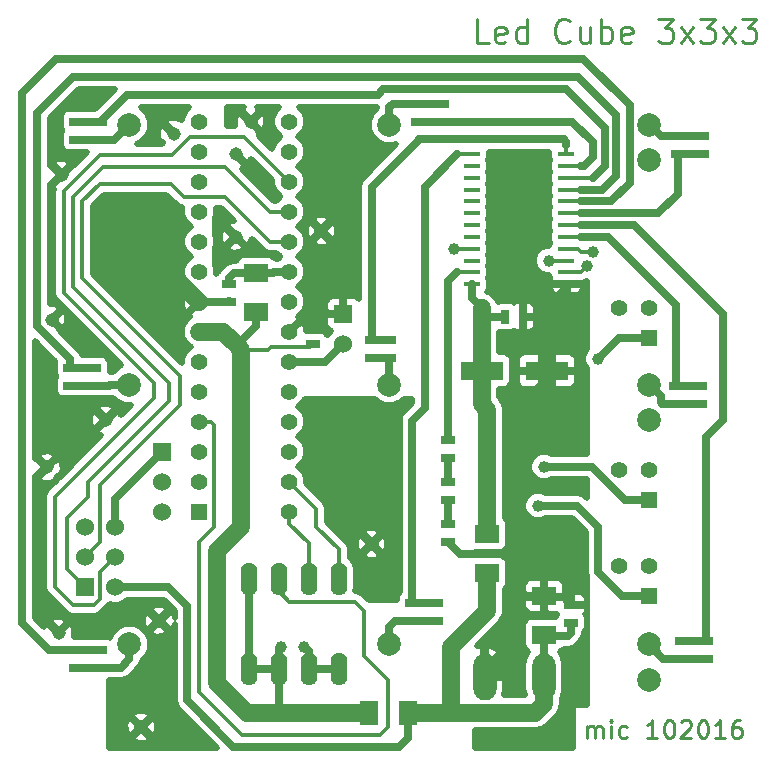
<source format=gtl>
G04 (created by PCBNEW (2013-jul-07)-stable) date nie, 13 lis 2016, 20:29:25*
%MOIN*%
G04 Gerber Fmt 3.4, Leading zero omitted, Abs format*
%FSLAX34Y34*%
G01*
G70*
G90*
G04 APERTURE LIST*
%ADD10C,0.00590551*%
%ADD11C,0.00984252*%
%ADD12R,0.055X0.055*%
%ADD13C,0.055*%
%ADD14R,0.0551X0.0138*%
%ADD15R,0.08X0.06*%
%ADD16R,0.045X0.025*%
%ADD17R,0.025X0.045*%
%ADD18C,0.0787402*%
%ADD19R,0.1417X0.063*%
%ADD20R,0.06X0.06*%
%ADD21C,0.06*%
%ADD22O,0.055X0.11*%
%ADD23O,0.078X0.156*%
%ADD24R,0.06X0.08*%
%ADD25C,0.045*%
%ADD26C,0.0393701*%
%ADD27C,0.025*%
%ADD28C,0.0590551*%
%ADD29C,0.014*%
%ADD30C,0.019685*%
G04 APERTURE END LIST*
G54D10*
G54D11*
X62707Y-49968D02*
X62707Y-49574D01*
X62707Y-49630D02*
X62735Y-49602D01*
X62791Y-49574D01*
X62875Y-49574D01*
X62932Y-49602D01*
X62960Y-49658D01*
X62960Y-49968D01*
X62960Y-49658D02*
X62988Y-49602D01*
X63044Y-49574D01*
X63128Y-49574D01*
X63185Y-49602D01*
X63213Y-49658D01*
X63213Y-49968D01*
X63494Y-49968D02*
X63494Y-49574D01*
X63494Y-49377D02*
X63466Y-49405D01*
X63494Y-49433D01*
X63522Y-49405D01*
X63494Y-49377D01*
X63494Y-49433D01*
X64028Y-49940D02*
X63972Y-49968D01*
X63860Y-49968D01*
X63803Y-49940D01*
X63775Y-49911D01*
X63747Y-49855D01*
X63747Y-49686D01*
X63775Y-49630D01*
X63803Y-49602D01*
X63860Y-49574D01*
X63972Y-49574D01*
X64028Y-49602D01*
X65041Y-49968D02*
X64703Y-49968D01*
X64872Y-49968D02*
X64872Y-49377D01*
X64816Y-49461D01*
X64759Y-49518D01*
X64703Y-49546D01*
X65406Y-49377D02*
X65462Y-49377D01*
X65519Y-49405D01*
X65547Y-49433D01*
X65575Y-49490D01*
X65603Y-49602D01*
X65603Y-49743D01*
X65575Y-49855D01*
X65547Y-49911D01*
X65519Y-49940D01*
X65462Y-49968D01*
X65406Y-49968D01*
X65350Y-49940D01*
X65322Y-49911D01*
X65294Y-49855D01*
X65266Y-49743D01*
X65266Y-49602D01*
X65294Y-49490D01*
X65322Y-49433D01*
X65350Y-49405D01*
X65406Y-49377D01*
X65828Y-49433D02*
X65856Y-49405D01*
X65912Y-49377D01*
X66053Y-49377D01*
X66109Y-49405D01*
X66137Y-49433D01*
X66166Y-49490D01*
X66166Y-49546D01*
X66137Y-49630D01*
X65800Y-49968D01*
X66166Y-49968D01*
X66531Y-49377D02*
X66587Y-49377D01*
X66644Y-49405D01*
X66672Y-49433D01*
X66700Y-49490D01*
X66728Y-49602D01*
X66728Y-49743D01*
X66700Y-49855D01*
X66672Y-49911D01*
X66644Y-49940D01*
X66587Y-49968D01*
X66531Y-49968D01*
X66475Y-49940D01*
X66447Y-49911D01*
X66419Y-49855D01*
X66391Y-49743D01*
X66391Y-49602D01*
X66419Y-49490D01*
X66447Y-49433D01*
X66475Y-49405D01*
X66531Y-49377D01*
X67290Y-49968D02*
X66953Y-49968D01*
X67122Y-49968D02*
X67122Y-49377D01*
X67065Y-49461D01*
X67009Y-49518D01*
X66953Y-49546D01*
X67797Y-49377D02*
X67684Y-49377D01*
X67628Y-49405D01*
X67600Y-49433D01*
X67543Y-49518D01*
X67515Y-49630D01*
X67515Y-49855D01*
X67543Y-49911D01*
X67572Y-49940D01*
X67628Y-49968D01*
X67740Y-49968D01*
X67797Y-49940D01*
X67825Y-49911D01*
X67853Y-49855D01*
X67853Y-49715D01*
X67825Y-49658D01*
X67797Y-49630D01*
X67740Y-49602D01*
X67628Y-49602D01*
X67572Y-49630D01*
X67543Y-49658D01*
X67515Y-49715D01*
X59410Y-26797D02*
X59035Y-26797D01*
X59035Y-26010D01*
X59972Y-26760D02*
X59897Y-26797D01*
X59747Y-26797D01*
X59672Y-26760D01*
X59635Y-26685D01*
X59635Y-26385D01*
X59672Y-26310D01*
X59747Y-26272D01*
X59897Y-26272D01*
X59972Y-26310D01*
X60010Y-26385D01*
X60010Y-26460D01*
X59635Y-26535D01*
X60685Y-26797D02*
X60685Y-26010D01*
X60685Y-26760D02*
X60610Y-26797D01*
X60460Y-26797D01*
X60385Y-26760D01*
X60347Y-26722D01*
X60310Y-26647D01*
X60310Y-26422D01*
X60347Y-26347D01*
X60385Y-26310D01*
X60460Y-26272D01*
X60610Y-26272D01*
X60685Y-26310D01*
X62110Y-26722D02*
X62072Y-26760D01*
X61960Y-26797D01*
X61885Y-26797D01*
X61772Y-26760D01*
X61697Y-26685D01*
X61660Y-26610D01*
X61622Y-26460D01*
X61622Y-26347D01*
X61660Y-26197D01*
X61697Y-26122D01*
X61772Y-26047D01*
X61885Y-26010D01*
X61960Y-26010D01*
X62072Y-26047D01*
X62110Y-26085D01*
X62785Y-26272D02*
X62785Y-26797D01*
X62447Y-26272D02*
X62447Y-26685D01*
X62485Y-26760D01*
X62560Y-26797D01*
X62672Y-26797D01*
X62747Y-26760D01*
X62785Y-26722D01*
X63159Y-26797D02*
X63159Y-26010D01*
X63159Y-26310D02*
X63234Y-26272D01*
X63384Y-26272D01*
X63459Y-26310D01*
X63497Y-26347D01*
X63534Y-26422D01*
X63534Y-26647D01*
X63497Y-26722D01*
X63459Y-26760D01*
X63384Y-26797D01*
X63234Y-26797D01*
X63159Y-26760D01*
X64172Y-26760D02*
X64097Y-26797D01*
X63947Y-26797D01*
X63872Y-26760D01*
X63834Y-26685D01*
X63834Y-26385D01*
X63872Y-26310D01*
X63947Y-26272D01*
X64097Y-26272D01*
X64172Y-26310D01*
X64209Y-26385D01*
X64209Y-26460D01*
X63834Y-26535D01*
X65072Y-26010D02*
X65559Y-26010D01*
X65297Y-26310D01*
X65409Y-26310D01*
X65484Y-26347D01*
X65522Y-26385D01*
X65559Y-26460D01*
X65559Y-26647D01*
X65522Y-26722D01*
X65484Y-26760D01*
X65409Y-26797D01*
X65184Y-26797D01*
X65109Y-26760D01*
X65072Y-26722D01*
X65822Y-26797D02*
X66234Y-26272D01*
X65822Y-26272D02*
X66234Y-26797D01*
X66459Y-26010D02*
X66946Y-26010D01*
X66684Y-26310D01*
X66797Y-26310D01*
X66871Y-26347D01*
X66909Y-26385D01*
X66946Y-26460D01*
X66946Y-26647D01*
X66909Y-26722D01*
X66871Y-26760D01*
X66797Y-26797D01*
X66572Y-26797D01*
X66497Y-26760D01*
X66459Y-26722D01*
X67209Y-26797D02*
X67621Y-26272D01*
X67209Y-26272D02*
X67621Y-26797D01*
X67846Y-26010D02*
X68334Y-26010D01*
X68071Y-26310D01*
X68184Y-26310D01*
X68259Y-26347D01*
X68296Y-26385D01*
X68334Y-26460D01*
X68334Y-26647D01*
X68296Y-26722D01*
X68259Y-26760D01*
X68184Y-26797D01*
X67959Y-26797D01*
X67884Y-26760D01*
X67846Y-26722D01*
G54D12*
X64766Y-36629D03*
G54D13*
X64766Y-35629D03*
X63766Y-35629D03*
G54D12*
X64766Y-42029D03*
G54D13*
X64766Y-41029D03*
X63766Y-41029D03*
G54D12*
X64766Y-45229D03*
G54D13*
X64766Y-44229D03*
X63766Y-44229D03*
G54D14*
X62007Y-34842D03*
X62007Y-34448D03*
X62007Y-34055D03*
X62007Y-33661D03*
X62007Y-33267D03*
X62007Y-32874D03*
X62007Y-32480D03*
X62007Y-32086D03*
X62007Y-31692D03*
X62007Y-31299D03*
X62007Y-30905D03*
X62007Y-30511D03*
X58858Y-30511D03*
X58858Y-30905D03*
X58858Y-31299D03*
X58858Y-31692D03*
X58858Y-32086D03*
X58858Y-32480D03*
X58858Y-32874D03*
X58858Y-33267D03*
X58858Y-33661D03*
X58858Y-34055D03*
X58858Y-34448D03*
X58858Y-34842D03*
G54D15*
X51666Y-35779D03*
X51666Y-34479D03*
G54D16*
X58066Y-40629D03*
X58066Y-40029D03*
X58066Y-41429D03*
X58066Y-42029D03*
X58066Y-43429D03*
X58066Y-42829D03*
X50766Y-34829D03*
X50766Y-35429D03*
X53566Y-37429D03*
X53566Y-36829D03*
X56862Y-45463D03*
X56862Y-46063D03*
X46466Y-47029D03*
X46466Y-47629D03*
X57662Y-45463D03*
X57662Y-46063D03*
X45666Y-47029D03*
X45666Y-47629D03*
X46266Y-37629D03*
X46266Y-38229D03*
X65866Y-46724D03*
X65866Y-47324D03*
X45466Y-37629D03*
X45466Y-38229D03*
X66666Y-46724D03*
X66666Y-47324D03*
X66469Y-38222D03*
X66469Y-38822D03*
X56102Y-36707D03*
X56102Y-37307D03*
X65669Y-38222D03*
X65669Y-38822D03*
X55511Y-36707D03*
X55511Y-37307D03*
X46466Y-29429D03*
X46466Y-30029D03*
G54D17*
X60566Y-35929D03*
X59966Y-35929D03*
G54D16*
X66511Y-30508D03*
X66511Y-29908D03*
X65711Y-30508D03*
X65711Y-29908D03*
X45666Y-29429D03*
X45666Y-30029D03*
X57066Y-29429D03*
X57066Y-28829D03*
X57866Y-29429D03*
X57866Y-28829D03*
G54D18*
X47440Y-46850D03*
X56102Y-46850D03*
X64763Y-46850D03*
X47440Y-38188D03*
X56102Y-38188D03*
X64763Y-38188D03*
X47440Y-29527D03*
X56102Y-29527D03*
X64763Y-29527D03*
X64763Y-30708D03*
X64763Y-39370D03*
X64763Y-48031D03*
G54D13*
X49766Y-41429D03*
X49766Y-40429D03*
X49766Y-39429D03*
X49766Y-38429D03*
X49766Y-37429D03*
X49766Y-36429D03*
X49766Y-35429D03*
X49766Y-34429D03*
X49766Y-33429D03*
X49766Y-32429D03*
X49766Y-31429D03*
X49766Y-30429D03*
X49766Y-29429D03*
G54D12*
X49766Y-42429D03*
G54D13*
X52766Y-29429D03*
X52766Y-30429D03*
X52766Y-31429D03*
X52766Y-32429D03*
X52766Y-33429D03*
X52766Y-34429D03*
X52766Y-35429D03*
X52766Y-36429D03*
X52766Y-37429D03*
X52766Y-38429D03*
X52766Y-39429D03*
X52766Y-40429D03*
X52766Y-41429D03*
X52766Y-42429D03*
G54D19*
X59183Y-37729D03*
X61349Y-37729D03*
G54D20*
X48523Y-40437D03*
G54D21*
X48523Y-41437D03*
X48523Y-42437D03*
G54D20*
X45966Y-44929D03*
G54D21*
X46966Y-44929D03*
X45966Y-43929D03*
X46966Y-43929D03*
X45966Y-42929D03*
X46966Y-42929D03*
G54D22*
X51416Y-47679D03*
X52416Y-47679D03*
X53416Y-47679D03*
X54416Y-47679D03*
X54416Y-44679D03*
X53416Y-44679D03*
X52416Y-44679D03*
X51416Y-44679D03*
G54D23*
X61256Y-47929D03*
X59276Y-47929D03*
G54D20*
X54566Y-35829D03*
G54D21*
X54566Y-36829D03*
G54D24*
X56716Y-49129D03*
X55416Y-49129D03*
G54D15*
X59366Y-44479D03*
X59366Y-43179D03*
G54D25*
X51476Y-29429D03*
X48917Y-29822D03*
X50984Y-33267D03*
X44842Y-36023D03*
X45177Y-31200D03*
X50984Y-30511D03*
G54D16*
X62166Y-45529D03*
X62166Y-46129D03*
G54D15*
X61266Y-46529D03*
X61266Y-45229D03*
G54D25*
X45078Y-46456D03*
X47834Y-49606D03*
X46653Y-39370D03*
X48425Y-46062D03*
X53838Y-33070D03*
X44685Y-40944D03*
X55511Y-43503D03*
G54D26*
X52480Y-46929D03*
X61417Y-34055D03*
X53267Y-46929D03*
X47366Y-33629D03*
X62893Y-33759D03*
X61266Y-40929D03*
X61066Y-42229D03*
X63066Y-37329D03*
X58267Y-33661D03*
X62696Y-34251D03*
G54D27*
X62166Y-46129D02*
X62166Y-46479D01*
X62066Y-46579D02*
X61266Y-46579D01*
X62166Y-46479D02*
X62066Y-46579D01*
X61266Y-46579D02*
X61266Y-47029D01*
X61256Y-47039D02*
X61256Y-47929D01*
X61266Y-47029D02*
X61256Y-47039D01*
X46966Y-44929D02*
X48738Y-44929D01*
X56716Y-49979D02*
X56716Y-49129D01*
X56438Y-50256D02*
X56716Y-49979D01*
X50908Y-50256D02*
X56438Y-50256D01*
X49366Y-48714D02*
X50908Y-50256D01*
X49366Y-45556D02*
X49366Y-48714D01*
X48738Y-44929D02*
X49366Y-45556D01*
G54D28*
X58166Y-49129D02*
X58166Y-46929D01*
X58166Y-46929D02*
X59366Y-45729D01*
X59366Y-45729D02*
X59366Y-44479D01*
X58166Y-49129D02*
X58166Y-49029D01*
X58166Y-49029D02*
X58166Y-49129D01*
X56716Y-49129D02*
X58166Y-49129D01*
X58166Y-49129D02*
X58866Y-49129D01*
X58866Y-49129D02*
X60966Y-49129D01*
X60966Y-49129D02*
X61256Y-48839D01*
X61256Y-48839D02*
X61256Y-47929D01*
G54D27*
X51666Y-34479D02*
X50916Y-34479D01*
X50766Y-34629D02*
X50766Y-34829D01*
X50916Y-34479D02*
X50766Y-34629D01*
X52766Y-34429D02*
X52266Y-34429D01*
X52216Y-34479D02*
X51666Y-34479D01*
X52266Y-34429D02*
X52216Y-34479D01*
X46466Y-47629D02*
X45666Y-47629D01*
X47440Y-46850D02*
X47440Y-47354D01*
X47166Y-47629D02*
X46466Y-47629D01*
X47440Y-47354D02*
X47166Y-47629D01*
X57662Y-46063D02*
X56862Y-46063D01*
X56862Y-46063D02*
X56298Y-46063D01*
X56298Y-46063D02*
X56102Y-46259D01*
X56102Y-46259D02*
X56102Y-46850D01*
X65866Y-47324D02*
X66666Y-47324D01*
X64763Y-46850D02*
X65237Y-47324D01*
X65237Y-47324D02*
X65866Y-47324D01*
X46266Y-38229D02*
X45466Y-38229D01*
X47440Y-38188D02*
X46806Y-38188D01*
X46766Y-38229D02*
X46266Y-38229D01*
X46806Y-38188D02*
X46766Y-38229D01*
X55511Y-37307D02*
X56102Y-37307D01*
X56102Y-38188D02*
X56102Y-37307D01*
X65669Y-38822D02*
X66469Y-38822D01*
X64763Y-38188D02*
X65157Y-38582D01*
X65200Y-38822D02*
X65669Y-38822D01*
X65157Y-38779D02*
X65200Y-38822D01*
X65157Y-38582D02*
X65157Y-38779D01*
X46466Y-30029D02*
X45666Y-30029D01*
X47440Y-29527D02*
X46939Y-30029D01*
X46939Y-30029D02*
X46466Y-30029D01*
X57066Y-28829D02*
X57866Y-28829D01*
X56102Y-29527D02*
X56102Y-28937D01*
X56210Y-28829D02*
X57066Y-28829D01*
X56102Y-28937D02*
X56210Y-28829D01*
X64763Y-29527D02*
X65144Y-29908D01*
X65144Y-29908D02*
X65711Y-29908D01*
X66511Y-29908D02*
X65711Y-29908D01*
X51416Y-44679D02*
X51416Y-47679D01*
X52416Y-47679D02*
X52416Y-49129D01*
X52401Y-48976D02*
X52401Y-49129D01*
X52401Y-49114D02*
X52401Y-48976D01*
X52416Y-49129D02*
X52401Y-49114D01*
X52416Y-47679D02*
X51416Y-47679D01*
X52416Y-46993D02*
X52416Y-47679D01*
X52480Y-46929D02*
X52416Y-46993D01*
G54D28*
X55416Y-49129D02*
X52401Y-49129D01*
X52401Y-49129D02*
X51366Y-49129D01*
X50366Y-43729D02*
X51166Y-42929D01*
X50366Y-47629D02*
X50366Y-43729D01*
X51166Y-42929D02*
X51166Y-37029D01*
X50366Y-48129D02*
X50366Y-47629D01*
X51366Y-49129D02*
X50366Y-48129D01*
G54D29*
X53566Y-36829D02*
X53466Y-36929D01*
X52066Y-37029D02*
X51166Y-37029D01*
X52166Y-36929D02*
X52066Y-37029D01*
X52366Y-36929D02*
X52166Y-36929D01*
X53466Y-36929D02*
X52366Y-36929D01*
G54D27*
X51666Y-35779D02*
X51666Y-36229D01*
X51666Y-36229D02*
X51016Y-36879D01*
G54D28*
X49766Y-36429D02*
X50566Y-36429D01*
X51166Y-37029D02*
X51016Y-36879D01*
X51016Y-36879D02*
X50566Y-36429D01*
G54D29*
X61417Y-34055D02*
X62007Y-34055D01*
G54D27*
X53416Y-47679D02*
X54416Y-47679D01*
X53416Y-47077D02*
X53416Y-47679D01*
X53267Y-46929D02*
X53416Y-47077D01*
X46966Y-42929D02*
X46966Y-41994D01*
X46966Y-41994D02*
X48523Y-40437D01*
X52766Y-36429D02*
X53366Y-35829D01*
X53366Y-35829D02*
X54566Y-35829D01*
G54D28*
X49766Y-35429D02*
X47966Y-33629D01*
X47966Y-33629D02*
X47366Y-33629D01*
G54D27*
X49766Y-35429D02*
X50766Y-35429D01*
X61266Y-45279D02*
X61916Y-45279D01*
X61916Y-45279D02*
X62166Y-45529D01*
X61266Y-45279D02*
X60716Y-45279D01*
X60716Y-45279D02*
X60266Y-45279D01*
X58066Y-43429D02*
X58466Y-43829D01*
X58466Y-43829D02*
X60266Y-43829D01*
X60566Y-35929D02*
X61349Y-35929D01*
X61349Y-35929D02*
X61366Y-35929D01*
X61366Y-35929D02*
X61349Y-35929D01*
G54D28*
X61349Y-37729D02*
X61349Y-35929D01*
X61349Y-35929D02*
X61349Y-35646D01*
G54D27*
X62007Y-34987D02*
X62007Y-34842D01*
X61349Y-35646D02*
X62007Y-34987D01*
G54D28*
X60266Y-39329D02*
X61349Y-38246D01*
X61349Y-38246D02*
X61349Y-37729D01*
X59276Y-47929D02*
X60266Y-46939D01*
X60266Y-46939D02*
X60266Y-45279D01*
X60266Y-45279D02*
X60266Y-43829D01*
X60266Y-43829D02*
X60266Y-39329D01*
X60266Y-39329D02*
X60266Y-39429D01*
G54D29*
X51968Y-32283D02*
X52114Y-32429D01*
X45366Y-44329D02*
X45366Y-42629D01*
X45366Y-42629D02*
X46066Y-41929D01*
X46066Y-41929D02*
X46066Y-41429D01*
X46066Y-41429D02*
X48766Y-38729D01*
X48766Y-38729D02*
X48766Y-38129D01*
X48766Y-38129D02*
X45566Y-34929D01*
X45566Y-34929D02*
X45566Y-31929D01*
X45566Y-31929D02*
X46566Y-30929D01*
X46566Y-30929D02*
X50614Y-30929D01*
X50614Y-30929D02*
X51968Y-32283D01*
X45966Y-44929D02*
X45366Y-44329D01*
X52114Y-32429D02*
X52766Y-32429D01*
X46966Y-43929D02*
X46466Y-44429D01*
X51266Y-29929D02*
X52766Y-31429D01*
X49466Y-29929D02*
X51266Y-29929D01*
X48866Y-30529D02*
X49466Y-29929D01*
X46466Y-30529D02*
X48866Y-30529D01*
X45266Y-31729D02*
X46466Y-30529D01*
X45266Y-35129D02*
X45266Y-31729D01*
X48266Y-38129D02*
X45266Y-35129D01*
X48266Y-38629D02*
X48266Y-38129D01*
X44966Y-41929D02*
X48266Y-38629D01*
X44966Y-44929D02*
X44966Y-41929D01*
X45566Y-45529D02*
X44966Y-44929D01*
X46266Y-45529D02*
X45566Y-45529D01*
X46466Y-45329D02*
X46266Y-45529D01*
X46466Y-44429D02*
X46466Y-45329D01*
X51968Y-33267D02*
X52129Y-33429D01*
X46456Y-43438D02*
X46456Y-41535D01*
X46456Y-41535D02*
X49114Y-38877D01*
X49114Y-38877D02*
X49114Y-37893D01*
X49114Y-37893D02*
X45869Y-34648D01*
X45869Y-34648D02*
X45869Y-32083D01*
X45869Y-32083D02*
X46456Y-31496D01*
X46456Y-31496D02*
X48818Y-31496D01*
X48818Y-31496D02*
X49251Y-31929D01*
X49251Y-31929D02*
X50629Y-31929D01*
X50629Y-31929D02*
X51968Y-33267D01*
X45966Y-43929D02*
X46456Y-43438D01*
X52129Y-33429D02*
X52766Y-33429D01*
X62401Y-33661D02*
X62007Y-33661D01*
X62500Y-33759D02*
X62401Y-33661D01*
X62893Y-33759D02*
X62500Y-33759D01*
G54D27*
X52766Y-37429D02*
X53566Y-37429D01*
X53566Y-37429D02*
X53966Y-37429D01*
X53966Y-37429D02*
X54566Y-36829D01*
X61266Y-40929D02*
X62866Y-40929D01*
X63966Y-42029D02*
X64766Y-42029D01*
X62866Y-40929D02*
X63966Y-42029D01*
X61066Y-42229D02*
X62366Y-42229D01*
X62366Y-42229D02*
X63066Y-42929D01*
X63066Y-42929D02*
X63066Y-44429D01*
X63066Y-44429D02*
X63866Y-45229D01*
X63866Y-45229D02*
X64766Y-45229D01*
G54D28*
X59366Y-43179D02*
X59366Y-39629D01*
X59366Y-39029D02*
X59183Y-38846D01*
X59183Y-38846D02*
X59183Y-37729D01*
X59366Y-39629D02*
X59366Y-39029D01*
G54D27*
X59183Y-35929D02*
X59966Y-35929D01*
G54D28*
X59183Y-37729D02*
X59183Y-35929D01*
X59183Y-35929D02*
X59183Y-35646D01*
G54D27*
X58858Y-35321D02*
X58858Y-34842D01*
X59183Y-35646D02*
X58858Y-35321D01*
X63766Y-36629D02*
X64766Y-36629D01*
X63066Y-37329D02*
X63766Y-36629D01*
X58066Y-40029D02*
X58066Y-34748D01*
G54D29*
X58366Y-34448D02*
X58858Y-34448D01*
G54D27*
X58066Y-34748D02*
X58366Y-34448D01*
X58066Y-42829D02*
X58066Y-42029D01*
X58066Y-41429D02*
X58066Y-40629D01*
G54D29*
X58267Y-33661D02*
X58858Y-33661D01*
X52766Y-42429D02*
X52766Y-42829D01*
X53416Y-43479D02*
X53416Y-44679D01*
X52766Y-42829D02*
X53416Y-43479D01*
X52766Y-41429D02*
X53666Y-42329D01*
X54416Y-43679D02*
X54416Y-44679D01*
X53666Y-42929D02*
X54416Y-43679D01*
X53666Y-42329D02*
X53666Y-42929D01*
X62500Y-34448D02*
X62007Y-34448D01*
X62696Y-34251D02*
X62500Y-34448D01*
G54D27*
X43866Y-46129D02*
X44766Y-47029D01*
X43866Y-46129D02*
X43866Y-28456D01*
X43866Y-28456D02*
X44993Y-27329D01*
X54035Y-27329D02*
X49066Y-27329D01*
X45357Y-27329D02*
X49066Y-27329D01*
X44993Y-27329D02*
X45357Y-27329D01*
X44766Y-47029D02*
X45666Y-47029D01*
X62500Y-32086D02*
X63484Y-32086D01*
X62565Y-27329D02*
X64114Y-28877D01*
X54035Y-27329D02*
X62565Y-27329D01*
G54D29*
X62500Y-32086D02*
X62007Y-32086D01*
G54D27*
X64114Y-31456D02*
X64114Y-28877D01*
X63484Y-32086D02*
X64114Y-31456D01*
X45666Y-47029D02*
X46466Y-47029D01*
X54035Y-27329D02*
X54066Y-27329D01*
X57283Y-33562D02*
X57283Y-31594D01*
X56862Y-39396D02*
X57283Y-38976D01*
X57283Y-38976D02*
X57283Y-33562D01*
X56862Y-45463D02*
X56862Y-39396D01*
G54D29*
X58366Y-30511D02*
X58858Y-30511D01*
G54D27*
X57283Y-31594D02*
X58366Y-30511D01*
X57662Y-45463D02*
X56862Y-45463D01*
X67224Y-36417D02*
X67224Y-35826D01*
G54D29*
X62500Y-32874D02*
X62007Y-32874D01*
G54D27*
X64271Y-32874D02*
X62500Y-32874D01*
X67224Y-35826D02*
X64271Y-32874D01*
X66666Y-39928D02*
X67224Y-39370D01*
X67224Y-39370D02*
X67224Y-36417D01*
X67224Y-36417D02*
X67224Y-36318D01*
X66666Y-46724D02*
X66666Y-39928D01*
X65866Y-46724D02*
X66666Y-46724D01*
X45066Y-36929D02*
X44366Y-36229D01*
X45466Y-37629D02*
X45466Y-37329D01*
X45466Y-37329D02*
X45066Y-36929D01*
X49066Y-27929D02*
X53543Y-27929D01*
X46266Y-27929D02*
X49066Y-27929D01*
X45574Y-27929D02*
X46266Y-27929D01*
X44366Y-29137D02*
X45574Y-27929D01*
X44366Y-36229D02*
X44366Y-29137D01*
X62893Y-31692D02*
X63202Y-31692D01*
G54D29*
X62007Y-31692D02*
X62500Y-31692D01*
G54D27*
X62377Y-27929D02*
X63666Y-29217D01*
X63666Y-29217D02*
X63666Y-30839D01*
X62377Y-27929D02*
X53543Y-27929D01*
X62500Y-31692D02*
X62893Y-31692D01*
X63666Y-31229D02*
X63666Y-30839D01*
X63202Y-31692D02*
X63666Y-31229D01*
X53543Y-27929D02*
X53519Y-27929D01*
X46266Y-37629D02*
X45466Y-37629D01*
G54D29*
X62007Y-30511D02*
X62007Y-30216D01*
G54D27*
X61909Y-30019D02*
X62007Y-30118D01*
X62007Y-30118D02*
X62007Y-30216D01*
X58070Y-30019D02*
X57086Y-30019D01*
X55511Y-31594D02*
X57044Y-30062D01*
X58070Y-30019D02*
X59448Y-30019D01*
X55511Y-31594D02*
X55511Y-36707D01*
X57086Y-30019D02*
X57044Y-30062D01*
X59448Y-30019D02*
X61909Y-30019D01*
X55511Y-36707D02*
X56102Y-36707D01*
X65669Y-36729D02*
X65669Y-35532D01*
G54D29*
X62500Y-33267D02*
X62007Y-33267D01*
G54D27*
X63404Y-33267D02*
X62500Y-33267D01*
X65669Y-35532D02*
X63404Y-33267D01*
X65669Y-38222D02*
X65669Y-36729D01*
X65669Y-36729D02*
X65669Y-36668D01*
X65669Y-38222D02*
X66469Y-38222D01*
X59350Y-28346D02*
X62007Y-28346D01*
X55722Y-28529D02*
X55905Y-28346D01*
X55905Y-28346D02*
X59350Y-28346D01*
X51666Y-28529D02*
X52938Y-28529D01*
X51666Y-28529D02*
X49666Y-28529D01*
X47366Y-28529D02*
X49666Y-28529D01*
X46466Y-29429D02*
X47366Y-28529D01*
X52938Y-28529D02*
X55722Y-28529D01*
G54D29*
X62900Y-31299D02*
X62007Y-31299D01*
G54D27*
X63293Y-30905D02*
X62900Y-31299D01*
X63293Y-29632D02*
X63293Y-30905D01*
X62007Y-28346D02*
X63293Y-29632D01*
X45666Y-29429D02*
X46466Y-29429D01*
G54D29*
X62007Y-30905D02*
X62500Y-30905D01*
G54D27*
X59645Y-29429D02*
X57866Y-29429D01*
X62204Y-29429D02*
X59645Y-29429D01*
X62893Y-30118D02*
X62204Y-29429D01*
X62893Y-30610D02*
X62893Y-30118D01*
X62598Y-30905D02*
X62893Y-30610D01*
X62500Y-30905D02*
X62598Y-30905D01*
X57066Y-29429D02*
X57866Y-29429D01*
X65066Y-32480D02*
X65711Y-31835D01*
X65711Y-31835D02*
X65711Y-30508D01*
G54D29*
X62500Y-32480D02*
X62007Y-32480D01*
G54D27*
X64960Y-32480D02*
X65066Y-32480D01*
X65066Y-32480D02*
X62500Y-32480D01*
X66511Y-30508D02*
X65711Y-30508D01*
G54D29*
X49766Y-39429D02*
X50166Y-39429D01*
X52416Y-45079D02*
X52416Y-44679D01*
X52762Y-45425D02*
X52416Y-45079D01*
X54962Y-45425D02*
X52762Y-45425D01*
X55266Y-45729D02*
X54962Y-45425D01*
X55266Y-47229D02*
X55266Y-45729D01*
X56066Y-48029D02*
X55266Y-47229D01*
X56066Y-49592D02*
X56066Y-48029D01*
X55802Y-49856D02*
X56066Y-49592D01*
X51187Y-49856D02*
X55802Y-49856D01*
X49766Y-48435D02*
X51187Y-49856D01*
X49766Y-43429D02*
X49766Y-48435D01*
X50266Y-42929D02*
X49766Y-43429D01*
X50266Y-39529D02*
X50266Y-42929D01*
X50166Y-39429D02*
X50266Y-39529D01*
G54D10*
G36*
X62696Y-48872D02*
X62221Y-48872D01*
X62221Y-50295D01*
X58956Y-50295D01*
X58956Y-49719D01*
X60966Y-49719D01*
X61192Y-49674D01*
X61383Y-49546D01*
X61673Y-49256D01*
X61673Y-49256D01*
X61759Y-49128D01*
X61801Y-49065D01*
X61801Y-49065D01*
X61846Y-48839D01*
X61846Y-48839D01*
X61846Y-48666D01*
X61889Y-48602D01*
X61941Y-48340D01*
X61941Y-47518D01*
X61889Y-47255D01*
X61784Y-47099D01*
X61833Y-47079D01*
X61913Y-46999D01*
X62066Y-46999D01*
X62066Y-46999D01*
X62226Y-46967D01*
X62226Y-46967D01*
X62363Y-46876D01*
X62463Y-46776D01*
X62463Y-46776D01*
X62508Y-46708D01*
X62554Y-46639D01*
X62554Y-46639D01*
X62586Y-46479D01*
X62586Y-46479D01*
X62586Y-46476D01*
X62641Y-46421D01*
X62686Y-46313D01*
X62686Y-46195D01*
X62686Y-45945D01*
X62641Y-45837D01*
X62635Y-45831D01*
X62644Y-45822D01*
X62689Y-45713D01*
X62689Y-45345D01*
X62644Y-45235D01*
X62560Y-45151D01*
X62450Y-45105D01*
X62332Y-45105D01*
X62280Y-45105D01*
X62205Y-45180D01*
X62205Y-45489D01*
X62614Y-45489D01*
X62689Y-45415D01*
X62689Y-45345D01*
X62689Y-45713D01*
X62689Y-45643D01*
X62614Y-45568D01*
X62205Y-45568D01*
X62205Y-45576D01*
X62126Y-45576D01*
X62126Y-45568D01*
X62118Y-45568D01*
X62118Y-45489D01*
X62126Y-45489D01*
X62126Y-45180D01*
X62052Y-45105D01*
X62000Y-45105D01*
X61964Y-45105D01*
X61964Y-44870D01*
X61919Y-44760D01*
X61835Y-44676D01*
X61725Y-44630D01*
X61607Y-44630D01*
X61380Y-44630D01*
X61305Y-44705D01*
X61305Y-45189D01*
X61313Y-45189D01*
X61313Y-45268D01*
X61305Y-45268D01*
X61305Y-45752D01*
X61380Y-45827D01*
X61607Y-45827D01*
X61692Y-45827D01*
X61696Y-45831D01*
X61690Y-45836D01*
X61650Y-45933D01*
X61607Y-45933D01*
X61226Y-45933D01*
X61226Y-45752D01*
X61226Y-45268D01*
X61226Y-45189D01*
X61226Y-44705D01*
X61152Y-44630D01*
X60925Y-44630D01*
X60806Y-44630D01*
X60696Y-44676D01*
X60613Y-44760D01*
X60567Y-44870D01*
X60567Y-45115D01*
X60642Y-45189D01*
X61226Y-45189D01*
X61226Y-45268D01*
X60642Y-45268D01*
X60567Y-45343D01*
X60567Y-45588D01*
X60613Y-45697D01*
X60696Y-45781D01*
X60806Y-45827D01*
X60925Y-45827D01*
X61152Y-45827D01*
X61226Y-45752D01*
X61226Y-45933D01*
X60807Y-45933D01*
X60699Y-45978D01*
X60615Y-46061D01*
X60570Y-46170D01*
X60570Y-46287D01*
X60570Y-46887D01*
X60615Y-46996D01*
X60698Y-47079D01*
X60731Y-47093D01*
X60623Y-47255D01*
X60570Y-47518D01*
X60570Y-48340D01*
X60610Y-48538D01*
X59917Y-48538D01*
X59964Y-48358D01*
X59964Y-47968D01*
X59964Y-47889D01*
X59964Y-47499D01*
X59897Y-47239D01*
X59735Y-47024D01*
X59503Y-46888D01*
X59422Y-46866D01*
X59315Y-46926D01*
X59315Y-47889D01*
X59964Y-47889D01*
X59964Y-47968D01*
X59315Y-47968D01*
X59315Y-47976D01*
X59236Y-47976D01*
X59236Y-47968D01*
X59228Y-47968D01*
X59228Y-47889D01*
X59236Y-47889D01*
X59236Y-46926D01*
X59129Y-46866D01*
X59049Y-46888D01*
X59032Y-46897D01*
X59783Y-46146D01*
X59783Y-46146D01*
X59869Y-46018D01*
X59911Y-45955D01*
X59911Y-45955D01*
X59956Y-45729D01*
X59956Y-45729D01*
X59956Y-45006D01*
X60016Y-44946D01*
X60061Y-44838D01*
X60061Y-44720D01*
X60061Y-44120D01*
X60016Y-44012D01*
X59933Y-43928D01*
X59825Y-43883D01*
X59707Y-43883D01*
X58956Y-43883D01*
X58956Y-43774D01*
X59024Y-43774D01*
X59824Y-43774D01*
X59933Y-43729D01*
X60016Y-43646D01*
X60061Y-43538D01*
X60061Y-43420D01*
X60061Y-42820D01*
X60016Y-42712D01*
X59956Y-42652D01*
X59956Y-39629D01*
X59956Y-39029D01*
X59956Y-39029D01*
X59911Y-38803D01*
X59911Y-38803D01*
X59869Y-38739D01*
X59783Y-38611D01*
X59783Y-38611D01*
X59773Y-38601D01*
X59773Y-38339D01*
X59950Y-38339D01*
X60058Y-38294D01*
X60141Y-38211D01*
X60186Y-38103D01*
X60186Y-37985D01*
X60186Y-37355D01*
X60142Y-37247D01*
X60059Y-37163D01*
X59950Y-37118D01*
X59833Y-37118D01*
X59773Y-37118D01*
X59773Y-36445D01*
X59782Y-36449D01*
X59899Y-36449D01*
X60149Y-36449D01*
X60258Y-36404D01*
X60263Y-36398D01*
X60272Y-36407D01*
X60382Y-36452D01*
X60452Y-36452D01*
X60526Y-36377D01*
X60526Y-35968D01*
X60518Y-35968D01*
X60518Y-35889D01*
X60526Y-35889D01*
X60526Y-35480D01*
X60452Y-35405D01*
X60382Y-35405D01*
X60272Y-35450D01*
X60263Y-35459D01*
X60258Y-35453D01*
X60150Y-35408D01*
X60032Y-35408D01*
X59782Y-35408D01*
X59730Y-35430D01*
X59728Y-35420D01*
X59600Y-35228D01*
X59409Y-35100D01*
X59370Y-35092D01*
X59383Y-35078D01*
X59428Y-34970D01*
X59429Y-34853D01*
X59429Y-34715D01*
X59400Y-34645D01*
X59428Y-34576D01*
X59429Y-34459D01*
X59429Y-34321D01*
X59400Y-34251D01*
X59428Y-34183D01*
X59429Y-34065D01*
X59429Y-33927D01*
X59400Y-33858D01*
X59428Y-33789D01*
X59429Y-33671D01*
X59429Y-33533D01*
X59400Y-33464D01*
X59428Y-33395D01*
X59429Y-33278D01*
X59429Y-33140D01*
X59400Y-33070D01*
X59428Y-33002D01*
X59429Y-32884D01*
X59429Y-32746D01*
X59400Y-32677D01*
X59428Y-32608D01*
X59429Y-32490D01*
X59429Y-32352D01*
X59400Y-32283D01*
X59428Y-32214D01*
X59429Y-32097D01*
X59429Y-31959D01*
X59400Y-31889D01*
X59428Y-31820D01*
X59429Y-31703D01*
X59429Y-31565D01*
X59400Y-31496D01*
X59428Y-31427D01*
X59429Y-31309D01*
X59429Y-31171D01*
X59400Y-31102D01*
X59428Y-31033D01*
X59429Y-30916D01*
X59429Y-30778D01*
X59400Y-30708D01*
X59428Y-30639D01*
X59429Y-30522D01*
X59429Y-30439D01*
X59448Y-30439D01*
X61437Y-30439D01*
X61437Y-30501D01*
X61437Y-30639D01*
X61465Y-30708D01*
X61437Y-30777D01*
X61437Y-30894D01*
X61437Y-31032D01*
X61465Y-31102D01*
X61437Y-31171D01*
X61437Y-31288D01*
X61437Y-31426D01*
X61465Y-31496D01*
X61437Y-31564D01*
X61437Y-31682D01*
X61437Y-31820D01*
X61465Y-31889D01*
X61437Y-31958D01*
X61437Y-32076D01*
X61437Y-32214D01*
X61465Y-32283D01*
X61437Y-32352D01*
X61437Y-32469D01*
X61437Y-32607D01*
X61465Y-32677D01*
X61437Y-32746D01*
X61437Y-32863D01*
X61437Y-33001D01*
X61465Y-33070D01*
X61437Y-33139D01*
X61437Y-33257D01*
X61437Y-33395D01*
X61465Y-33464D01*
X61437Y-33533D01*
X61437Y-33563D01*
X61319Y-33562D01*
X61138Y-33637D01*
X61000Y-33775D01*
X60925Y-33956D01*
X60925Y-34152D01*
X60999Y-34333D01*
X61138Y-34472D01*
X61319Y-34547D01*
X61437Y-34547D01*
X61437Y-34576D01*
X61464Y-34641D01*
X61433Y-34714D01*
X61433Y-34733D01*
X61508Y-34808D01*
X61661Y-34808D01*
X61673Y-34813D01*
X61790Y-34813D01*
X62003Y-34813D01*
X62007Y-34814D01*
X62500Y-34814D01*
X62639Y-34786D01*
X62639Y-34786D01*
X62696Y-34748D01*
X62696Y-37002D01*
X62649Y-37050D01*
X62581Y-37212D01*
X62581Y-34970D01*
X62581Y-34951D01*
X62507Y-34877D01*
X62047Y-34877D01*
X62047Y-35135D01*
X62121Y-35209D01*
X62224Y-35209D01*
X62342Y-35209D01*
X62452Y-35164D01*
X62536Y-35080D01*
X62581Y-34970D01*
X62581Y-37212D01*
X62574Y-37230D01*
X62573Y-37426D01*
X62648Y-37607D01*
X62696Y-37655D01*
X62696Y-40508D01*
X62356Y-40508D01*
X62356Y-37985D01*
X62356Y-37473D01*
X62356Y-37354D01*
X62310Y-37244D01*
X62226Y-37160D01*
X62116Y-37115D01*
X61968Y-37115D01*
X61968Y-35135D01*
X61968Y-34877D01*
X61508Y-34877D01*
X61433Y-34951D01*
X61433Y-34970D01*
X61479Y-35080D01*
X61563Y-35164D01*
X61672Y-35209D01*
X61791Y-35209D01*
X61893Y-35209D01*
X61968Y-35135D01*
X61968Y-37115D01*
X61463Y-37115D01*
X61388Y-37190D01*
X61388Y-37689D01*
X62281Y-37689D01*
X62356Y-37615D01*
X62356Y-37473D01*
X62356Y-37985D01*
X62356Y-37843D01*
X62281Y-37768D01*
X61388Y-37768D01*
X61388Y-38267D01*
X61463Y-38342D01*
X62116Y-38342D01*
X62226Y-38297D01*
X62310Y-38213D01*
X62356Y-38103D01*
X62356Y-37985D01*
X62356Y-40508D01*
X61537Y-40508D01*
X61364Y-40437D01*
X61309Y-40437D01*
X61309Y-38267D01*
X61309Y-37768D01*
X61309Y-37689D01*
X61309Y-37190D01*
X61235Y-37115D01*
X60989Y-37115D01*
X60989Y-36095D01*
X60989Y-35763D01*
X60989Y-35644D01*
X60943Y-35534D01*
X60859Y-35450D01*
X60750Y-35405D01*
X60680Y-35405D01*
X60605Y-35480D01*
X60605Y-35889D01*
X60914Y-35889D01*
X60989Y-35815D01*
X60989Y-35763D01*
X60989Y-36095D01*
X60989Y-36043D01*
X60914Y-35968D01*
X60605Y-35968D01*
X60605Y-36377D01*
X60680Y-36452D01*
X60750Y-36452D01*
X60859Y-36407D01*
X60943Y-36323D01*
X60989Y-36213D01*
X60989Y-36095D01*
X60989Y-37115D01*
X60581Y-37115D01*
X60471Y-37160D01*
X60387Y-37244D01*
X60342Y-37354D01*
X60342Y-37473D01*
X60342Y-37615D01*
X60416Y-37689D01*
X61309Y-37689D01*
X61309Y-37768D01*
X60416Y-37768D01*
X60342Y-37843D01*
X60342Y-37985D01*
X60342Y-38103D01*
X60387Y-38213D01*
X60471Y-38297D01*
X60581Y-38342D01*
X61235Y-38342D01*
X61309Y-38267D01*
X61309Y-40437D01*
X61168Y-40436D01*
X60987Y-40511D01*
X60849Y-40650D01*
X60774Y-40830D01*
X60773Y-41026D01*
X60848Y-41207D01*
X60987Y-41346D01*
X61167Y-41421D01*
X61363Y-41421D01*
X61537Y-41349D01*
X62692Y-41349D01*
X62696Y-41354D01*
X62696Y-41965D01*
X62663Y-41931D01*
X62526Y-41840D01*
X62366Y-41808D01*
X61337Y-41808D01*
X61164Y-41737D01*
X60968Y-41736D01*
X60787Y-41811D01*
X60649Y-41950D01*
X60574Y-42130D01*
X60573Y-42326D01*
X60648Y-42507D01*
X60787Y-42646D01*
X60967Y-42721D01*
X61163Y-42721D01*
X61337Y-42649D01*
X62192Y-42649D01*
X62645Y-43103D01*
X62645Y-44429D01*
X62677Y-44589D01*
X62696Y-44618D01*
X62696Y-48872D01*
X62696Y-48872D01*
G37*
G54D30*
X62696Y-48872D02*
X62221Y-48872D01*
X62221Y-50295D01*
X58956Y-50295D01*
X58956Y-49719D01*
X60966Y-49719D01*
X61192Y-49674D01*
X61383Y-49546D01*
X61673Y-49256D01*
X61673Y-49256D01*
X61759Y-49128D01*
X61801Y-49065D01*
X61801Y-49065D01*
X61846Y-48839D01*
X61846Y-48839D01*
X61846Y-48666D01*
X61889Y-48602D01*
X61941Y-48340D01*
X61941Y-47518D01*
X61889Y-47255D01*
X61784Y-47099D01*
X61833Y-47079D01*
X61913Y-46999D01*
X62066Y-46999D01*
X62066Y-46999D01*
X62226Y-46967D01*
X62226Y-46967D01*
X62363Y-46876D01*
X62463Y-46776D01*
X62463Y-46776D01*
X62508Y-46708D01*
X62554Y-46639D01*
X62554Y-46639D01*
X62586Y-46479D01*
X62586Y-46479D01*
X62586Y-46476D01*
X62641Y-46421D01*
X62686Y-46313D01*
X62686Y-46195D01*
X62686Y-45945D01*
X62641Y-45837D01*
X62635Y-45831D01*
X62644Y-45822D01*
X62689Y-45713D01*
X62689Y-45345D01*
X62644Y-45235D01*
X62560Y-45151D01*
X62450Y-45105D01*
X62332Y-45105D01*
X62280Y-45105D01*
X62205Y-45180D01*
X62205Y-45489D01*
X62614Y-45489D01*
X62689Y-45415D01*
X62689Y-45345D01*
X62689Y-45713D01*
X62689Y-45643D01*
X62614Y-45568D01*
X62205Y-45568D01*
X62205Y-45576D01*
X62126Y-45576D01*
X62126Y-45568D01*
X62118Y-45568D01*
X62118Y-45489D01*
X62126Y-45489D01*
X62126Y-45180D01*
X62052Y-45105D01*
X62000Y-45105D01*
X61964Y-45105D01*
X61964Y-44870D01*
X61919Y-44760D01*
X61835Y-44676D01*
X61725Y-44630D01*
X61607Y-44630D01*
X61380Y-44630D01*
X61305Y-44705D01*
X61305Y-45189D01*
X61313Y-45189D01*
X61313Y-45268D01*
X61305Y-45268D01*
X61305Y-45752D01*
X61380Y-45827D01*
X61607Y-45827D01*
X61692Y-45827D01*
X61696Y-45831D01*
X61690Y-45836D01*
X61650Y-45933D01*
X61607Y-45933D01*
X61226Y-45933D01*
X61226Y-45752D01*
X61226Y-45268D01*
X61226Y-45189D01*
X61226Y-44705D01*
X61152Y-44630D01*
X60925Y-44630D01*
X60806Y-44630D01*
X60696Y-44676D01*
X60613Y-44760D01*
X60567Y-44870D01*
X60567Y-45115D01*
X60642Y-45189D01*
X61226Y-45189D01*
X61226Y-45268D01*
X60642Y-45268D01*
X60567Y-45343D01*
X60567Y-45588D01*
X60613Y-45697D01*
X60696Y-45781D01*
X60806Y-45827D01*
X60925Y-45827D01*
X61152Y-45827D01*
X61226Y-45752D01*
X61226Y-45933D01*
X60807Y-45933D01*
X60699Y-45978D01*
X60615Y-46061D01*
X60570Y-46170D01*
X60570Y-46287D01*
X60570Y-46887D01*
X60615Y-46996D01*
X60698Y-47079D01*
X60731Y-47093D01*
X60623Y-47255D01*
X60570Y-47518D01*
X60570Y-48340D01*
X60610Y-48538D01*
X59917Y-48538D01*
X59964Y-48358D01*
X59964Y-47968D01*
X59964Y-47889D01*
X59964Y-47499D01*
X59897Y-47239D01*
X59735Y-47024D01*
X59503Y-46888D01*
X59422Y-46866D01*
X59315Y-46926D01*
X59315Y-47889D01*
X59964Y-47889D01*
X59964Y-47968D01*
X59315Y-47968D01*
X59315Y-47976D01*
X59236Y-47976D01*
X59236Y-47968D01*
X59228Y-47968D01*
X59228Y-47889D01*
X59236Y-47889D01*
X59236Y-46926D01*
X59129Y-46866D01*
X59049Y-46888D01*
X59032Y-46897D01*
X59783Y-46146D01*
X59783Y-46146D01*
X59869Y-46018D01*
X59911Y-45955D01*
X59911Y-45955D01*
X59956Y-45729D01*
X59956Y-45729D01*
X59956Y-45006D01*
X60016Y-44946D01*
X60061Y-44838D01*
X60061Y-44720D01*
X60061Y-44120D01*
X60016Y-44012D01*
X59933Y-43928D01*
X59825Y-43883D01*
X59707Y-43883D01*
X58956Y-43883D01*
X58956Y-43774D01*
X59024Y-43774D01*
X59824Y-43774D01*
X59933Y-43729D01*
X60016Y-43646D01*
X60061Y-43538D01*
X60061Y-43420D01*
X60061Y-42820D01*
X60016Y-42712D01*
X59956Y-42652D01*
X59956Y-39629D01*
X59956Y-39029D01*
X59956Y-39029D01*
X59911Y-38803D01*
X59911Y-38803D01*
X59869Y-38739D01*
X59783Y-38611D01*
X59783Y-38611D01*
X59773Y-38601D01*
X59773Y-38339D01*
X59950Y-38339D01*
X60058Y-38294D01*
X60141Y-38211D01*
X60186Y-38103D01*
X60186Y-37985D01*
X60186Y-37355D01*
X60142Y-37247D01*
X60059Y-37163D01*
X59950Y-37118D01*
X59833Y-37118D01*
X59773Y-37118D01*
X59773Y-36445D01*
X59782Y-36449D01*
X59899Y-36449D01*
X60149Y-36449D01*
X60258Y-36404D01*
X60263Y-36398D01*
X60272Y-36407D01*
X60382Y-36452D01*
X60452Y-36452D01*
X60526Y-36377D01*
X60526Y-35968D01*
X60518Y-35968D01*
X60518Y-35889D01*
X60526Y-35889D01*
X60526Y-35480D01*
X60452Y-35405D01*
X60382Y-35405D01*
X60272Y-35450D01*
X60263Y-35459D01*
X60258Y-35453D01*
X60150Y-35408D01*
X60032Y-35408D01*
X59782Y-35408D01*
X59730Y-35430D01*
X59728Y-35420D01*
X59600Y-35228D01*
X59409Y-35100D01*
X59370Y-35092D01*
X59383Y-35078D01*
X59428Y-34970D01*
X59429Y-34853D01*
X59429Y-34715D01*
X59400Y-34645D01*
X59428Y-34576D01*
X59429Y-34459D01*
X59429Y-34321D01*
X59400Y-34251D01*
X59428Y-34183D01*
X59429Y-34065D01*
X59429Y-33927D01*
X59400Y-33858D01*
X59428Y-33789D01*
X59429Y-33671D01*
X59429Y-33533D01*
X59400Y-33464D01*
X59428Y-33395D01*
X59429Y-33278D01*
X59429Y-33140D01*
X59400Y-33070D01*
X59428Y-33002D01*
X59429Y-32884D01*
X59429Y-32746D01*
X59400Y-32677D01*
X59428Y-32608D01*
X59429Y-32490D01*
X59429Y-32352D01*
X59400Y-32283D01*
X59428Y-32214D01*
X59429Y-32097D01*
X59429Y-31959D01*
X59400Y-31889D01*
X59428Y-31820D01*
X59429Y-31703D01*
X59429Y-31565D01*
X59400Y-31496D01*
X59428Y-31427D01*
X59429Y-31309D01*
X59429Y-31171D01*
X59400Y-31102D01*
X59428Y-31033D01*
X59429Y-30916D01*
X59429Y-30778D01*
X59400Y-30708D01*
X59428Y-30639D01*
X59429Y-30522D01*
X59429Y-30439D01*
X59448Y-30439D01*
X61437Y-30439D01*
X61437Y-30501D01*
X61437Y-30639D01*
X61465Y-30708D01*
X61437Y-30777D01*
X61437Y-30894D01*
X61437Y-31032D01*
X61465Y-31102D01*
X61437Y-31171D01*
X61437Y-31288D01*
X61437Y-31426D01*
X61465Y-31496D01*
X61437Y-31564D01*
X61437Y-31682D01*
X61437Y-31820D01*
X61465Y-31889D01*
X61437Y-31958D01*
X61437Y-32076D01*
X61437Y-32214D01*
X61465Y-32283D01*
X61437Y-32352D01*
X61437Y-32469D01*
X61437Y-32607D01*
X61465Y-32677D01*
X61437Y-32746D01*
X61437Y-32863D01*
X61437Y-33001D01*
X61465Y-33070D01*
X61437Y-33139D01*
X61437Y-33257D01*
X61437Y-33395D01*
X61465Y-33464D01*
X61437Y-33533D01*
X61437Y-33563D01*
X61319Y-33562D01*
X61138Y-33637D01*
X61000Y-33775D01*
X60925Y-33956D01*
X60925Y-34152D01*
X60999Y-34333D01*
X61138Y-34472D01*
X61319Y-34547D01*
X61437Y-34547D01*
X61437Y-34576D01*
X61464Y-34641D01*
X61433Y-34714D01*
X61433Y-34733D01*
X61508Y-34808D01*
X61661Y-34808D01*
X61673Y-34813D01*
X61790Y-34813D01*
X62003Y-34813D01*
X62007Y-34814D01*
X62500Y-34814D01*
X62639Y-34786D01*
X62639Y-34786D01*
X62696Y-34748D01*
X62696Y-37002D01*
X62649Y-37050D01*
X62581Y-37212D01*
X62581Y-34970D01*
X62581Y-34951D01*
X62507Y-34877D01*
X62047Y-34877D01*
X62047Y-35135D01*
X62121Y-35209D01*
X62224Y-35209D01*
X62342Y-35209D01*
X62452Y-35164D01*
X62536Y-35080D01*
X62581Y-34970D01*
X62581Y-37212D01*
X62574Y-37230D01*
X62573Y-37426D01*
X62648Y-37607D01*
X62696Y-37655D01*
X62696Y-40508D01*
X62356Y-40508D01*
X62356Y-37985D01*
X62356Y-37473D01*
X62356Y-37354D01*
X62310Y-37244D01*
X62226Y-37160D01*
X62116Y-37115D01*
X61968Y-37115D01*
X61968Y-35135D01*
X61968Y-34877D01*
X61508Y-34877D01*
X61433Y-34951D01*
X61433Y-34970D01*
X61479Y-35080D01*
X61563Y-35164D01*
X61672Y-35209D01*
X61791Y-35209D01*
X61893Y-35209D01*
X61968Y-35135D01*
X61968Y-37115D01*
X61463Y-37115D01*
X61388Y-37190D01*
X61388Y-37689D01*
X62281Y-37689D01*
X62356Y-37615D01*
X62356Y-37473D01*
X62356Y-37985D01*
X62356Y-37843D01*
X62281Y-37768D01*
X61388Y-37768D01*
X61388Y-38267D01*
X61463Y-38342D01*
X62116Y-38342D01*
X62226Y-38297D01*
X62310Y-38213D01*
X62356Y-38103D01*
X62356Y-37985D01*
X62356Y-40508D01*
X61537Y-40508D01*
X61364Y-40437D01*
X61309Y-40437D01*
X61309Y-38267D01*
X61309Y-37768D01*
X61309Y-37689D01*
X61309Y-37190D01*
X61235Y-37115D01*
X60989Y-37115D01*
X60989Y-36095D01*
X60989Y-35763D01*
X60989Y-35644D01*
X60943Y-35534D01*
X60859Y-35450D01*
X60750Y-35405D01*
X60680Y-35405D01*
X60605Y-35480D01*
X60605Y-35889D01*
X60914Y-35889D01*
X60989Y-35815D01*
X60989Y-35763D01*
X60989Y-36095D01*
X60989Y-36043D01*
X60914Y-35968D01*
X60605Y-35968D01*
X60605Y-36377D01*
X60680Y-36452D01*
X60750Y-36452D01*
X60859Y-36407D01*
X60943Y-36323D01*
X60989Y-36213D01*
X60989Y-36095D01*
X60989Y-37115D01*
X60581Y-37115D01*
X60471Y-37160D01*
X60387Y-37244D01*
X60342Y-37354D01*
X60342Y-37473D01*
X60342Y-37615D01*
X60416Y-37689D01*
X61309Y-37689D01*
X61309Y-37768D01*
X60416Y-37768D01*
X60342Y-37843D01*
X60342Y-37985D01*
X60342Y-38103D01*
X60387Y-38213D01*
X60471Y-38297D01*
X60581Y-38342D01*
X61235Y-38342D01*
X61309Y-38267D01*
X61309Y-40437D01*
X61168Y-40436D01*
X60987Y-40511D01*
X60849Y-40650D01*
X60774Y-40830D01*
X60773Y-41026D01*
X60848Y-41207D01*
X60987Y-41346D01*
X61167Y-41421D01*
X61363Y-41421D01*
X61537Y-41349D01*
X62692Y-41349D01*
X62696Y-41354D01*
X62696Y-41965D01*
X62663Y-41931D01*
X62526Y-41840D01*
X62366Y-41808D01*
X61337Y-41808D01*
X61164Y-41737D01*
X60968Y-41736D01*
X60787Y-41811D01*
X60649Y-41950D01*
X60574Y-42130D01*
X60573Y-42326D01*
X60648Y-42507D01*
X60787Y-42646D01*
X60967Y-42721D01*
X61163Y-42721D01*
X61337Y-42649D01*
X62192Y-42649D01*
X62645Y-43103D01*
X62645Y-44429D01*
X62677Y-44589D01*
X62696Y-44618D01*
X62696Y-48872D01*
G54D10*
G36*
X49704Y-35546D02*
X49434Y-35816D01*
X49455Y-35924D01*
X49470Y-35930D01*
X49454Y-35941D01*
X49443Y-35945D01*
X49435Y-35953D01*
X49348Y-36011D01*
X49291Y-36097D01*
X49282Y-36105D01*
X49278Y-36116D01*
X49220Y-36203D01*
X49200Y-36304D01*
X49195Y-36315D01*
X49195Y-36326D01*
X49175Y-36429D01*
X49195Y-36530D01*
X49195Y-36542D01*
X49200Y-36552D01*
X49220Y-36655D01*
X49278Y-36741D01*
X49282Y-36751D01*
X49290Y-36759D01*
X49348Y-36846D01*
X49434Y-36904D01*
X49442Y-36912D01*
X49453Y-36916D01*
X49476Y-36931D01*
X49443Y-36945D01*
X49282Y-37105D01*
X49195Y-37315D01*
X49195Y-37458D01*
X46234Y-34497D01*
X46234Y-32234D01*
X46607Y-31861D01*
X48667Y-31861D01*
X48993Y-32187D01*
X48993Y-32187D01*
X49112Y-32266D01*
X49208Y-32285D01*
X49195Y-32315D01*
X49195Y-32542D01*
X49282Y-32751D01*
X49442Y-32912D01*
X49483Y-32929D01*
X49443Y-32945D01*
X49282Y-33105D01*
X49195Y-33315D01*
X49195Y-33542D01*
X49282Y-33751D01*
X49442Y-33912D01*
X49483Y-33929D01*
X49443Y-33945D01*
X49282Y-34105D01*
X49195Y-34315D01*
X49195Y-34542D01*
X49282Y-34751D01*
X49442Y-34912D01*
X49475Y-34925D01*
X49455Y-34934D01*
X49434Y-35041D01*
X49704Y-35312D01*
X49704Y-35423D01*
X49378Y-35097D01*
X49271Y-35118D01*
X49189Y-35331D01*
X49196Y-35559D01*
X49271Y-35740D01*
X49378Y-35760D01*
X49704Y-35434D01*
X49704Y-35546D01*
X49704Y-35546D01*
G37*
G54D30*
X49704Y-35546D02*
X49434Y-35816D01*
X49455Y-35924D01*
X49470Y-35930D01*
X49454Y-35941D01*
X49443Y-35945D01*
X49435Y-35953D01*
X49348Y-36011D01*
X49291Y-36097D01*
X49282Y-36105D01*
X49278Y-36116D01*
X49220Y-36203D01*
X49200Y-36304D01*
X49195Y-36315D01*
X49195Y-36326D01*
X49175Y-36429D01*
X49195Y-36530D01*
X49195Y-36542D01*
X49200Y-36552D01*
X49220Y-36655D01*
X49278Y-36741D01*
X49282Y-36751D01*
X49290Y-36759D01*
X49348Y-36846D01*
X49434Y-36904D01*
X49442Y-36912D01*
X49453Y-36916D01*
X49476Y-36931D01*
X49443Y-36945D01*
X49282Y-37105D01*
X49195Y-37315D01*
X49195Y-37458D01*
X46234Y-34497D01*
X46234Y-32234D01*
X46607Y-31861D01*
X48667Y-31861D01*
X48993Y-32187D01*
X48993Y-32187D01*
X49112Y-32266D01*
X49208Y-32285D01*
X49195Y-32315D01*
X49195Y-32542D01*
X49282Y-32751D01*
X49442Y-32912D01*
X49483Y-32929D01*
X49443Y-32945D01*
X49282Y-33105D01*
X49195Y-33315D01*
X49195Y-33542D01*
X49282Y-33751D01*
X49442Y-33912D01*
X49483Y-33929D01*
X49443Y-33945D01*
X49282Y-34105D01*
X49195Y-34315D01*
X49195Y-34542D01*
X49282Y-34751D01*
X49442Y-34912D01*
X49475Y-34925D01*
X49455Y-34934D01*
X49434Y-35041D01*
X49704Y-35312D01*
X49704Y-35423D01*
X49378Y-35097D01*
X49271Y-35118D01*
X49189Y-35331D01*
X49196Y-35559D01*
X49271Y-35740D01*
X49378Y-35760D01*
X49704Y-35434D01*
X49704Y-35546D01*
G54D10*
G36*
X47174Y-37553D02*
X47051Y-37604D01*
X46886Y-37768D01*
X46806Y-37768D01*
X46786Y-37772D01*
X46786Y-37695D01*
X46786Y-37445D01*
X46741Y-37337D01*
X46658Y-37253D01*
X46550Y-37208D01*
X46432Y-37208D01*
X45982Y-37208D01*
X45982Y-37208D01*
X45862Y-37208D01*
X45854Y-37168D01*
X45763Y-37031D01*
X45763Y-37031D01*
X45369Y-36637D01*
X45369Y-36109D01*
X45362Y-35901D01*
X45296Y-35742D01*
X45193Y-35728D01*
X44898Y-36023D01*
X45193Y-36319D01*
X45296Y-36304D01*
X45369Y-36109D01*
X45369Y-36637D01*
X45363Y-36631D01*
X45363Y-36631D01*
X45363Y-36631D01*
X45134Y-36402D01*
X45138Y-36374D01*
X44842Y-36079D01*
X44836Y-36084D01*
X44786Y-36034D01*
X44786Y-36024D01*
X44786Y-36023D01*
X44786Y-36023D01*
X44786Y-36012D01*
X44836Y-35962D01*
X44842Y-35967D01*
X45138Y-35672D01*
X45123Y-35569D01*
X44928Y-35496D01*
X44786Y-35501D01*
X44786Y-31490D01*
X44825Y-31496D01*
X45121Y-31200D01*
X44825Y-30905D01*
X44786Y-30910D01*
X44786Y-29311D01*
X45748Y-28349D01*
X46266Y-28349D01*
X46951Y-28349D01*
X46292Y-29008D01*
X46182Y-29008D01*
X46182Y-29008D01*
X45891Y-29008D01*
X45832Y-29008D01*
X45382Y-29008D01*
X45274Y-29053D01*
X45190Y-29136D01*
X45145Y-29245D01*
X45145Y-29362D01*
X45145Y-29612D01*
X45190Y-29721D01*
X45198Y-29729D01*
X45190Y-29736D01*
X45145Y-29845D01*
X45145Y-29962D01*
X45145Y-30212D01*
X45190Y-30321D01*
X45273Y-30404D01*
X45382Y-30449D01*
X45499Y-30449D01*
X45949Y-30449D01*
X45949Y-30449D01*
X46029Y-30449D01*
X45567Y-30910D01*
X45528Y-30905D01*
X45472Y-30960D01*
X45472Y-30849D01*
X45458Y-30747D01*
X45263Y-30674D01*
X45055Y-30681D01*
X44896Y-30747D01*
X44881Y-30849D01*
X45177Y-31145D01*
X45472Y-30849D01*
X45472Y-30960D01*
X45232Y-31200D01*
X45238Y-31206D01*
X45182Y-31262D01*
X45177Y-31256D01*
X44881Y-31552D01*
X44896Y-31654D01*
X44914Y-31661D01*
X44900Y-31729D01*
X44900Y-35129D01*
X44928Y-35268D01*
X45007Y-35387D01*
X47174Y-37553D01*
X47174Y-37553D01*
G37*
G54D30*
X47174Y-37553D02*
X47051Y-37604D01*
X46886Y-37768D01*
X46806Y-37768D01*
X46786Y-37772D01*
X46786Y-37695D01*
X46786Y-37445D01*
X46741Y-37337D01*
X46658Y-37253D01*
X46550Y-37208D01*
X46432Y-37208D01*
X45982Y-37208D01*
X45982Y-37208D01*
X45862Y-37208D01*
X45854Y-37168D01*
X45763Y-37031D01*
X45763Y-37031D01*
X45369Y-36637D01*
X45369Y-36109D01*
X45362Y-35901D01*
X45296Y-35742D01*
X45193Y-35728D01*
X44898Y-36023D01*
X45193Y-36319D01*
X45296Y-36304D01*
X45369Y-36109D01*
X45369Y-36637D01*
X45363Y-36631D01*
X45363Y-36631D01*
X45363Y-36631D01*
X45134Y-36402D01*
X45138Y-36374D01*
X44842Y-36079D01*
X44836Y-36084D01*
X44786Y-36034D01*
X44786Y-36024D01*
X44786Y-36023D01*
X44786Y-36023D01*
X44786Y-36012D01*
X44836Y-35962D01*
X44842Y-35967D01*
X45138Y-35672D01*
X45123Y-35569D01*
X44928Y-35496D01*
X44786Y-35501D01*
X44786Y-31490D01*
X44825Y-31496D01*
X45121Y-31200D01*
X44825Y-30905D01*
X44786Y-30910D01*
X44786Y-29311D01*
X45748Y-28349D01*
X46266Y-28349D01*
X46951Y-28349D01*
X46292Y-29008D01*
X46182Y-29008D01*
X46182Y-29008D01*
X45891Y-29008D01*
X45832Y-29008D01*
X45382Y-29008D01*
X45274Y-29053D01*
X45190Y-29136D01*
X45145Y-29245D01*
X45145Y-29362D01*
X45145Y-29612D01*
X45190Y-29721D01*
X45198Y-29729D01*
X45190Y-29736D01*
X45145Y-29845D01*
X45145Y-29962D01*
X45145Y-30212D01*
X45190Y-30321D01*
X45273Y-30404D01*
X45382Y-30449D01*
X45499Y-30449D01*
X45949Y-30449D01*
X45949Y-30449D01*
X46029Y-30449D01*
X45567Y-30910D01*
X45528Y-30905D01*
X45472Y-30960D01*
X45472Y-30849D01*
X45458Y-30747D01*
X45263Y-30674D01*
X45055Y-30681D01*
X44896Y-30747D01*
X44881Y-30849D01*
X45177Y-31145D01*
X45472Y-30849D01*
X45472Y-30960D01*
X45232Y-31200D01*
X45238Y-31206D01*
X45182Y-31262D01*
X45177Y-31256D01*
X44881Y-31552D01*
X44896Y-31654D01*
X44914Y-31661D01*
X44900Y-31729D01*
X44900Y-35129D01*
X44928Y-35268D01*
X45007Y-35387D01*
X47174Y-37553D01*
G54D10*
G36*
X49439Y-28949D02*
X49282Y-29105D01*
X49195Y-29315D01*
X49195Y-29368D01*
X49003Y-29296D01*
X48795Y-29303D01*
X48636Y-29369D01*
X48621Y-29471D01*
X48917Y-29767D01*
X48922Y-29761D01*
X48978Y-29817D01*
X48973Y-29822D01*
X48978Y-29828D01*
X48922Y-29884D01*
X48917Y-29878D01*
X48911Y-29884D01*
X48861Y-29833D01*
X48856Y-29828D01*
X48861Y-29822D01*
X48566Y-29527D01*
X48463Y-29541D01*
X48390Y-29736D01*
X48397Y-29944D01*
X48463Y-30103D01*
X48566Y-30118D01*
X48520Y-30163D01*
X47705Y-30163D01*
X47830Y-30111D01*
X48024Y-29918D01*
X48129Y-29665D01*
X48130Y-29391D01*
X48025Y-29137D01*
X47837Y-28949D01*
X49439Y-28949D01*
X49439Y-28949D01*
G37*
G54D30*
X49439Y-28949D02*
X49282Y-29105D01*
X49195Y-29315D01*
X49195Y-29368D01*
X49003Y-29296D01*
X48795Y-29303D01*
X48636Y-29369D01*
X48621Y-29471D01*
X48917Y-29767D01*
X48922Y-29761D01*
X48978Y-29817D01*
X48973Y-29822D01*
X48978Y-29828D01*
X48922Y-29884D01*
X48917Y-29878D01*
X48911Y-29884D01*
X48861Y-29833D01*
X48856Y-29828D01*
X48861Y-29822D01*
X48566Y-29527D01*
X48463Y-29541D01*
X48390Y-29736D01*
X48397Y-29944D01*
X48463Y-30103D01*
X48566Y-30118D01*
X48520Y-30163D01*
X47705Y-30163D01*
X47830Y-30111D01*
X48024Y-29918D01*
X48129Y-29665D01*
X48130Y-29391D01*
X48025Y-29137D01*
X47837Y-28949D01*
X49439Y-28949D01*
G54D10*
G36*
X50352Y-50295D02*
X48720Y-50295D01*
X48720Y-46414D01*
X48425Y-46118D01*
X48369Y-46174D01*
X48369Y-46062D01*
X48073Y-45767D01*
X47971Y-45782D01*
X47898Y-45977D01*
X47905Y-46185D01*
X47971Y-46343D01*
X48073Y-46358D01*
X48369Y-46062D01*
X48369Y-46174D01*
X48129Y-46414D01*
X48144Y-46516D01*
X48339Y-46589D01*
X48547Y-46582D01*
X48706Y-46516D01*
X48720Y-46414D01*
X48720Y-50295D01*
X48361Y-50295D01*
X48361Y-49692D01*
X48354Y-49484D01*
X48288Y-49325D01*
X48185Y-49310D01*
X48130Y-49366D01*
X48130Y-49255D01*
X48115Y-49152D01*
X47920Y-49079D01*
X47712Y-49086D01*
X47553Y-49152D01*
X47539Y-49255D01*
X47834Y-49550D01*
X48130Y-49255D01*
X48130Y-49366D01*
X47890Y-49606D01*
X48185Y-49901D01*
X48288Y-49887D01*
X48361Y-49692D01*
X48361Y-50295D01*
X48130Y-50295D01*
X48130Y-49957D01*
X47834Y-49661D01*
X47778Y-49717D01*
X47778Y-49606D01*
X47483Y-49310D01*
X47380Y-49325D01*
X47307Y-49520D01*
X47315Y-49728D01*
X47380Y-49887D01*
X47483Y-49901D01*
X47778Y-49606D01*
X47778Y-49717D01*
X47539Y-49957D01*
X47553Y-50060D01*
X47748Y-50133D01*
X47956Y-50125D01*
X48115Y-50060D01*
X48130Y-49957D01*
X48130Y-50295D01*
X46751Y-50295D01*
X46751Y-48049D01*
X47166Y-48049D01*
X47166Y-48049D01*
X47326Y-48017D01*
X47326Y-48017D01*
X47463Y-47926D01*
X47738Y-47651D01*
X47738Y-47651D01*
X47783Y-47583D01*
X47829Y-47515D01*
X47829Y-47515D01*
X47848Y-47416D01*
X47848Y-47416D01*
X48024Y-47241D01*
X48129Y-46988D01*
X48130Y-46713D01*
X48025Y-46460D01*
X47831Y-46266D01*
X47578Y-46161D01*
X47304Y-46161D01*
X47051Y-46265D01*
X46857Y-46459D01*
X46788Y-46624D01*
X46750Y-46608D01*
X46632Y-46608D01*
X46182Y-46608D01*
X46182Y-46608D01*
X45891Y-46608D01*
X45832Y-46608D01*
X45580Y-46608D01*
X45605Y-46542D01*
X45598Y-46334D01*
X45532Y-46175D01*
X45429Y-46161D01*
X45374Y-46216D01*
X45374Y-46105D01*
X45359Y-46002D01*
X45164Y-45929D01*
X44956Y-45937D01*
X44797Y-46002D01*
X44783Y-46105D01*
X45078Y-46401D01*
X45374Y-46105D01*
X45374Y-46216D01*
X45134Y-46456D01*
X45139Y-46462D01*
X45084Y-46517D01*
X45078Y-46512D01*
X45073Y-46517D01*
X45017Y-46462D01*
X45023Y-46456D01*
X44727Y-46161D01*
X44625Y-46175D01*
X44592Y-46261D01*
X44286Y-45955D01*
X44286Y-41233D01*
X44333Y-41240D01*
X44629Y-40944D01*
X44333Y-40649D01*
X44286Y-40656D01*
X44286Y-36743D01*
X44768Y-37226D01*
X44768Y-37226D01*
X44768Y-37226D01*
X44958Y-37415D01*
X44945Y-37445D01*
X44945Y-37562D01*
X44945Y-37812D01*
X44990Y-37921D01*
X44998Y-37929D01*
X44990Y-37936D01*
X44945Y-38045D01*
X44945Y-38162D01*
X44945Y-38412D01*
X44990Y-38521D01*
X45073Y-38604D01*
X45182Y-38649D01*
X45299Y-38649D01*
X45749Y-38649D01*
X45749Y-38649D01*
X46040Y-38649D01*
X46099Y-38649D01*
X46549Y-38649D01*
X46549Y-38649D01*
X46766Y-38649D01*
X46766Y-38649D01*
X46900Y-38622D01*
X47050Y-38772D01*
X47303Y-38877D01*
X47500Y-38878D01*
X47160Y-39218D01*
X47107Y-39089D01*
X47004Y-39074D01*
X46949Y-39130D01*
X46949Y-39018D01*
X46934Y-38916D01*
X46739Y-38843D01*
X46531Y-38850D01*
X46372Y-38916D01*
X46357Y-39018D01*
X46653Y-39314D01*
X46949Y-39018D01*
X46949Y-39130D01*
X46709Y-39370D01*
X46714Y-39375D01*
X46659Y-39431D01*
X46653Y-39425D01*
X46597Y-39481D01*
X46597Y-39370D01*
X46302Y-39074D01*
X46199Y-39089D01*
X46126Y-39284D01*
X46134Y-39492D01*
X46199Y-39651D01*
X46302Y-39665D01*
X46597Y-39370D01*
X46597Y-39481D01*
X46357Y-39721D01*
X46372Y-39823D01*
X46505Y-39873D01*
X45211Y-41166D01*
X45087Y-41291D01*
X45036Y-41240D01*
X45138Y-41225D01*
X45211Y-41030D01*
X45204Y-40822D01*
X45138Y-40663D01*
X45036Y-40649D01*
X44980Y-40704D01*
X44980Y-40593D01*
X44966Y-40491D01*
X44771Y-40418D01*
X44562Y-40425D01*
X44404Y-40491D01*
X44389Y-40593D01*
X44685Y-40889D01*
X44980Y-40593D01*
X44980Y-40704D01*
X44740Y-40944D01*
X44746Y-40950D01*
X44690Y-41006D01*
X44685Y-41000D01*
X44389Y-41296D01*
X44404Y-41398D01*
X44599Y-41471D01*
X44807Y-41464D01*
X44966Y-41398D01*
X44980Y-41296D01*
X44980Y-41296D01*
X45031Y-41347D01*
X44980Y-41398D01*
X44707Y-41670D01*
X44628Y-41789D01*
X44600Y-41929D01*
X44600Y-44929D01*
X44628Y-45068D01*
X44707Y-45187D01*
X45307Y-45787D01*
X45307Y-45787D01*
X45426Y-45866D01*
X45426Y-45866D01*
X45566Y-45894D01*
X46266Y-45894D01*
X46405Y-45866D01*
X46405Y-45866D01*
X46524Y-45787D01*
X46724Y-45587D01*
X46724Y-45587D01*
X46724Y-45587D01*
X46784Y-45498D01*
X46847Y-45524D01*
X47084Y-45524D01*
X47302Y-45434D01*
X47363Y-45374D01*
X48589Y-45374D01*
X48945Y-45730D01*
X48945Y-45974D01*
X48944Y-45940D01*
X48878Y-45782D01*
X48776Y-45767D01*
X48720Y-45823D01*
X48720Y-45711D01*
X48706Y-45609D01*
X48511Y-45536D01*
X48303Y-45543D01*
X48144Y-45609D01*
X48129Y-45711D01*
X48425Y-46007D01*
X48720Y-45711D01*
X48720Y-45823D01*
X48480Y-46062D01*
X48776Y-46358D01*
X48878Y-46343D01*
X48945Y-46165D01*
X48945Y-48714D01*
X48977Y-48875D01*
X49068Y-49011D01*
X50352Y-50295D01*
X50352Y-50295D01*
G37*
G54D30*
X50352Y-50295D02*
X48720Y-50295D01*
X48720Y-46414D01*
X48425Y-46118D01*
X48369Y-46174D01*
X48369Y-46062D01*
X48073Y-45767D01*
X47971Y-45782D01*
X47898Y-45977D01*
X47905Y-46185D01*
X47971Y-46343D01*
X48073Y-46358D01*
X48369Y-46062D01*
X48369Y-46174D01*
X48129Y-46414D01*
X48144Y-46516D01*
X48339Y-46589D01*
X48547Y-46582D01*
X48706Y-46516D01*
X48720Y-46414D01*
X48720Y-50295D01*
X48361Y-50295D01*
X48361Y-49692D01*
X48354Y-49484D01*
X48288Y-49325D01*
X48185Y-49310D01*
X48130Y-49366D01*
X48130Y-49255D01*
X48115Y-49152D01*
X47920Y-49079D01*
X47712Y-49086D01*
X47553Y-49152D01*
X47539Y-49255D01*
X47834Y-49550D01*
X48130Y-49255D01*
X48130Y-49366D01*
X47890Y-49606D01*
X48185Y-49901D01*
X48288Y-49887D01*
X48361Y-49692D01*
X48361Y-50295D01*
X48130Y-50295D01*
X48130Y-49957D01*
X47834Y-49661D01*
X47778Y-49717D01*
X47778Y-49606D01*
X47483Y-49310D01*
X47380Y-49325D01*
X47307Y-49520D01*
X47315Y-49728D01*
X47380Y-49887D01*
X47483Y-49901D01*
X47778Y-49606D01*
X47778Y-49717D01*
X47539Y-49957D01*
X47553Y-50060D01*
X47748Y-50133D01*
X47956Y-50125D01*
X48115Y-50060D01*
X48130Y-49957D01*
X48130Y-50295D01*
X46751Y-50295D01*
X46751Y-48049D01*
X47166Y-48049D01*
X47166Y-48049D01*
X47326Y-48017D01*
X47326Y-48017D01*
X47463Y-47926D01*
X47738Y-47651D01*
X47738Y-47651D01*
X47783Y-47583D01*
X47829Y-47515D01*
X47829Y-47515D01*
X47848Y-47416D01*
X47848Y-47416D01*
X48024Y-47241D01*
X48129Y-46988D01*
X48130Y-46713D01*
X48025Y-46460D01*
X47831Y-46266D01*
X47578Y-46161D01*
X47304Y-46161D01*
X47051Y-46265D01*
X46857Y-46459D01*
X46788Y-46624D01*
X46750Y-46608D01*
X46632Y-46608D01*
X46182Y-46608D01*
X46182Y-46608D01*
X45891Y-46608D01*
X45832Y-46608D01*
X45580Y-46608D01*
X45605Y-46542D01*
X45598Y-46334D01*
X45532Y-46175D01*
X45429Y-46161D01*
X45374Y-46216D01*
X45374Y-46105D01*
X45359Y-46002D01*
X45164Y-45929D01*
X44956Y-45937D01*
X44797Y-46002D01*
X44783Y-46105D01*
X45078Y-46401D01*
X45374Y-46105D01*
X45374Y-46216D01*
X45134Y-46456D01*
X45139Y-46462D01*
X45084Y-46517D01*
X45078Y-46512D01*
X45073Y-46517D01*
X45017Y-46462D01*
X45023Y-46456D01*
X44727Y-46161D01*
X44625Y-46175D01*
X44592Y-46261D01*
X44286Y-45955D01*
X44286Y-41233D01*
X44333Y-41240D01*
X44629Y-40944D01*
X44333Y-40649D01*
X44286Y-40656D01*
X44286Y-36743D01*
X44768Y-37226D01*
X44768Y-37226D01*
X44768Y-37226D01*
X44958Y-37415D01*
X44945Y-37445D01*
X44945Y-37562D01*
X44945Y-37812D01*
X44990Y-37921D01*
X44998Y-37929D01*
X44990Y-37936D01*
X44945Y-38045D01*
X44945Y-38162D01*
X44945Y-38412D01*
X44990Y-38521D01*
X45073Y-38604D01*
X45182Y-38649D01*
X45299Y-38649D01*
X45749Y-38649D01*
X45749Y-38649D01*
X46040Y-38649D01*
X46099Y-38649D01*
X46549Y-38649D01*
X46549Y-38649D01*
X46766Y-38649D01*
X46766Y-38649D01*
X46900Y-38622D01*
X47050Y-38772D01*
X47303Y-38877D01*
X47500Y-38878D01*
X47160Y-39218D01*
X47107Y-39089D01*
X47004Y-39074D01*
X46949Y-39130D01*
X46949Y-39018D01*
X46934Y-38916D01*
X46739Y-38843D01*
X46531Y-38850D01*
X46372Y-38916D01*
X46357Y-39018D01*
X46653Y-39314D01*
X46949Y-39018D01*
X46949Y-39130D01*
X46709Y-39370D01*
X46714Y-39375D01*
X46659Y-39431D01*
X46653Y-39425D01*
X46597Y-39481D01*
X46597Y-39370D01*
X46302Y-39074D01*
X46199Y-39089D01*
X46126Y-39284D01*
X46134Y-39492D01*
X46199Y-39651D01*
X46302Y-39665D01*
X46597Y-39370D01*
X46597Y-39481D01*
X46357Y-39721D01*
X46372Y-39823D01*
X46505Y-39873D01*
X45211Y-41166D01*
X45087Y-41291D01*
X45036Y-41240D01*
X45138Y-41225D01*
X45211Y-41030D01*
X45204Y-40822D01*
X45138Y-40663D01*
X45036Y-40649D01*
X44980Y-40704D01*
X44980Y-40593D01*
X44966Y-40491D01*
X44771Y-40418D01*
X44562Y-40425D01*
X44404Y-40491D01*
X44389Y-40593D01*
X44685Y-40889D01*
X44980Y-40593D01*
X44980Y-40704D01*
X44740Y-40944D01*
X44746Y-40950D01*
X44690Y-41006D01*
X44685Y-41000D01*
X44389Y-41296D01*
X44404Y-41398D01*
X44599Y-41471D01*
X44807Y-41464D01*
X44966Y-41398D01*
X44980Y-41296D01*
X44980Y-41296D01*
X45031Y-41347D01*
X44980Y-41398D01*
X44707Y-41670D01*
X44628Y-41789D01*
X44600Y-41929D01*
X44600Y-44929D01*
X44628Y-45068D01*
X44707Y-45187D01*
X45307Y-45787D01*
X45307Y-45787D01*
X45426Y-45866D01*
X45426Y-45866D01*
X45566Y-45894D01*
X46266Y-45894D01*
X46405Y-45866D01*
X46405Y-45866D01*
X46524Y-45787D01*
X46724Y-45587D01*
X46724Y-45587D01*
X46724Y-45587D01*
X46784Y-45498D01*
X46847Y-45524D01*
X47084Y-45524D01*
X47302Y-45434D01*
X47363Y-45374D01*
X48589Y-45374D01*
X48945Y-45730D01*
X48945Y-45974D01*
X48944Y-45940D01*
X48878Y-45782D01*
X48776Y-45767D01*
X48720Y-45823D01*
X48720Y-45711D01*
X48706Y-45609D01*
X48511Y-45536D01*
X48303Y-45543D01*
X48144Y-45609D01*
X48129Y-45711D01*
X48425Y-46007D01*
X48720Y-45711D01*
X48720Y-45823D01*
X48480Y-46062D01*
X48776Y-46358D01*
X48878Y-46343D01*
X48945Y-46165D01*
X48945Y-48714D01*
X48977Y-48875D01*
X49068Y-49011D01*
X50352Y-50295D01*
G54D10*
G36*
X56863Y-38802D02*
X56565Y-39099D01*
X56474Y-39236D01*
X56442Y-39396D01*
X56442Y-45116D01*
X56387Y-45171D01*
X56342Y-45279D01*
X56342Y-45374D01*
X56038Y-45374D01*
X56038Y-43589D01*
X56031Y-43381D01*
X55965Y-43222D01*
X55863Y-43208D01*
X55807Y-43264D01*
X55807Y-43152D01*
X55792Y-43050D01*
X55597Y-42977D01*
X55389Y-42984D01*
X55230Y-43050D01*
X55216Y-43152D01*
X55511Y-43448D01*
X55807Y-43152D01*
X55807Y-43264D01*
X55567Y-43503D01*
X55863Y-43799D01*
X55965Y-43784D01*
X56038Y-43589D01*
X56038Y-45374D01*
X55807Y-45374D01*
X55807Y-43855D01*
X55511Y-43559D01*
X55456Y-43615D01*
X55456Y-43503D01*
X55160Y-43208D01*
X55058Y-43222D01*
X54985Y-43417D01*
X54992Y-43626D01*
X55058Y-43784D01*
X55160Y-43799D01*
X55456Y-43503D01*
X55456Y-43615D01*
X55216Y-43855D01*
X55230Y-43957D01*
X55425Y-44030D01*
X55633Y-44023D01*
X55792Y-43957D01*
X55807Y-43855D01*
X55807Y-45374D01*
X55427Y-45374D01*
X55221Y-45167D01*
X55102Y-45088D01*
X54968Y-45061D01*
X54986Y-44970D01*
X54986Y-44387D01*
X54943Y-44169D01*
X54819Y-43984D01*
X54781Y-43958D01*
X54781Y-43679D01*
X54781Y-43679D01*
X54781Y-43679D01*
X54753Y-43539D01*
X54674Y-43420D01*
X54674Y-43420D01*
X54031Y-42777D01*
X54031Y-42329D01*
X54003Y-42189D01*
X54003Y-42189D01*
X53924Y-42070D01*
X53336Y-41482D01*
X53336Y-41316D01*
X53249Y-41106D01*
X53089Y-40945D01*
X53049Y-40929D01*
X53088Y-40912D01*
X53249Y-40752D01*
X53336Y-40543D01*
X53336Y-40316D01*
X53249Y-40106D01*
X53089Y-39945D01*
X53049Y-39929D01*
X53088Y-39912D01*
X53249Y-39752D01*
X53336Y-39543D01*
X53336Y-39316D01*
X53249Y-39106D01*
X53089Y-38945D01*
X53049Y-38929D01*
X53088Y-38912D01*
X53249Y-38752D01*
X53279Y-38681D01*
X55620Y-38681D01*
X55711Y-38772D01*
X55964Y-38877D01*
X56238Y-38878D01*
X56492Y-38773D01*
X56584Y-38681D01*
X56863Y-38681D01*
X56863Y-38802D01*
X56863Y-38802D01*
G37*
G54D30*
X56863Y-38802D02*
X56565Y-39099D01*
X56474Y-39236D01*
X56442Y-39396D01*
X56442Y-45116D01*
X56387Y-45171D01*
X56342Y-45279D01*
X56342Y-45374D01*
X56038Y-45374D01*
X56038Y-43589D01*
X56031Y-43381D01*
X55965Y-43222D01*
X55863Y-43208D01*
X55807Y-43264D01*
X55807Y-43152D01*
X55792Y-43050D01*
X55597Y-42977D01*
X55389Y-42984D01*
X55230Y-43050D01*
X55216Y-43152D01*
X55511Y-43448D01*
X55807Y-43152D01*
X55807Y-43264D01*
X55567Y-43503D01*
X55863Y-43799D01*
X55965Y-43784D01*
X56038Y-43589D01*
X56038Y-45374D01*
X55807Y-45374D01*
X55807Y-43855D01*
X55511Y-43559D01*
X55456Y-43615D01*
X55456Y-43503D01*
X55160Y-43208D01*
X55058Y-43222D01*
X54985Y-43417D01*
X54992Y-43626D01*
X55058Y-43784D01*
X55160Y-43799D01*
X55456Y-43503D01*
X55456Y-43615D01*
X55216Y-43855D01*
X55230Y-43957D01*
X55425Y-44030D01*
X55633Y-44023D01*
X55792Y-43957D01*
X55807Y-43855D01*
X55807Y-45374D01*
X55427Y-45374D01*
X55221Y-45167D01*
X55102Y-45088D01*
X54968Y-45061D01*
X54986Y-44970D01*
X54986Y-44387D01*
X54943Y-44169D01*
X54819Y-43984D01*
X54781Y-43958D01*
X54781Y-43679D01*
X54781Y-43679D01*
X54781Y-43679D01*
X54753Y-43539D01*
X54674Y-43420D01*
X54674Y-43420D01*
X54031Y-42777D01*
X54031Y-42329D01*
X54003Y-42189D01*
X54003Y-42189D01*
X53924Y-42070D01*
X53336Y-41482D01*
X53336Y-41316D01*
X53249Y-41106D01*
X53089Y-40945D01*
X53049Y-40929D01*
X53088Y-40912D01*
X53249Y-40752D01*
X53336Y-40543D01*
X53336Y-40316D01*
X53249Y-40106D01*
X53089Y-39945D01*
X53049Y-39929D01*
X53088Y-39912D01*
X53249Y-39752D01*
X53336Y-39543D01*
X53336Y-39316D01*
X53249Y-39106D01*
X53089Y-38945D01*
X53049Y-38929D01*
X53088Y-38912D01*
X53249Y-38752D01*
X53279Y-38681D01*
X55620Y-38681D01*
X55711Y-38772D01*
X55964Y-38877D01*
X56238Y-38878D01*
X56492Y-38773D01*
X56584Y-38681D01*
X56863Y-38681D01*
X56863Y-38802D01*
G54D10*
G36*
X56335Y-30176D02*
X55214Y-31297D01*
X55123Y-31433D01*
X55091Y-31594D01*
X55091Y-35332D01*
X55035Y-35276D01*
X54925Y-35230D01*
X54807Y-35230D01*
X54680Y-35230D01*
X54605Y-35305D01*
X54605Y-35789D01*
X54613Y-35789D01*
X54613Y-35868D01*
X54605Y-35868D01*
X54605Y-35876D01*
X54526Y-35876D01*
X54526Y-35868D01*
X54526Y-35789D01*
X54526Y-35305D01*
X54452Y-35230D01*
X54365Y-35230D01*
X54365Y-33156D01*
X54358Y-32948D01*
X54292Y-32789D01*
X54189Y-32775D01*
X54134Y-32830D01*
X54134Y-32719D01*
X54119Y-32617D01*
X53924Y-32544D01*
X53716Y-32551D01*
X53557Y-32617D01*
X53543Y-32719D01*
X53838Y-33015D01*
X54134Y-32719D01*
X54134Y-32830D01*
X53894Y-33070D01*
X54189Y-33366D01*
X54292Y-33351D01*
X54365Y-33156D01*
X54365Y-35230D01*
X54325Y-35230D01*
X54206Y-35230D01*
X54134Y-35260D01*
X54134Y-33422D01*
X53838Y-33126D01*
X53782Y-33182D01*
X53782Y-33070D01*
X53487Y-32775D01*
X53384Y-32789D01*
X53311Y-32984D01*
X53319Y-33193D01*
X53384Y-33351D01*
X53487Y-33366D01*
X53782Y-33070D01*
X53782Y-33182D01*
X53543Y-33422D01*
X53557Y-33524D01*
X53752Y-33597D01*
X53960Y-33590D01*
X54119Y-33524D01*
X54134Y-33422D01*
X54134Y-35260D01*
X54096Y-35276D01*
X54013Y-35360D01*
X53967Y-35470D01*
X53967Y-35715D01*
X54042Y-35789D01*
X54526Y-35789D01*
X54526Y-35868D01*
X54042Y-35868D01*
X53967Y-35943D01*
X53967Y-36188D01*
X54013Y-36297D01*
X54096Y-36381D01*
X54149Y-36403D01*
X54061Y-36491D01*
X54042Y-36538D01*
X54041Y-36537D01*
X53958Y-36453D01*
X53850Y-36408D01*
X53732Y-36408D01*
X53339Y-36408D01*
X53336Y-36298D01*
X53261Y-36118D01*
X53153Y-36097D01*
X53051Y-36199D01*
X53051Y-36088D01*
X53097Y-36041D01*
X53077Y-35934D01*
X53056Y-35926D01*
X53088Y-35912D01*
X53249Y-35752D01*
X53336Y-35543D01*
X53336Y-35316D01*
X53249Y-35106D01*
X53089Y-34945D01*
X53051Y-34930D01*
X53051Y-34928D01*
X53088Y-34912D01*
X53249Y-34752D01*
X53336Y-34543D01*
X53336Y-34316D01*
X53249Y-34106D01*
X53089Y-33945D01*
X53051Y-33930D01*
X53051Y-33928D01*
X53088Y-33912D01*
X53249Y-33752D01*
X53336Y-33543D01*
X53336Y-33316D01*
X53249Y-33106D01*
X53089Y-32945D01*
X53051Y-32930D01*
X53051Y-32928D01*
X53088Y-32912D01*
X53249Y-32752D01*
X53336Y-32543D01*
X53336Y-32316D01*
X53249Y-32106D01*
X53089Y-31945D01*
X53051Y-31930D01*
X53051Y-31928D01*
X53088Y-31912D01*
X53249Y-31752D01*
X53336Y-31543D01*
X53336Y-31316D01*
X53249Y-31106D01*
X53089Y-30945D01*
X53051Y-30930D01*
X53051Y-30928D01*
X53088Y-30912D01*
X53249Y-30752D01*
X53336Y-30543D01*
X53336Y-30316D01*
X53249Y-30106D01*
X53089Y-29945D01*
X53051Y-29930D01*
X53051Y-29928D01*
X53088Y-29912D01*
X53249Y-29752D01*
X53336Y-29543D01*
X53336Y-29316D01*
X53249Y-29106D01*
X53093Y-28949D01*
X55682Y-28949D01*
X55682Y-28973D01*
X55518Y-29136D01*
X55413Y-29389D01*
X55413Y-29664D01*
X55517Y-29917D01*
X55711Y-30111D01*
X55964Y-30216D01*
X56238Y-30216D01*
X56335Y-30176D01*
X56335Y-30176D01*
G37*
G54D30*
X56335Y-30176D02*
X55214Y-31297D01*
X55123Y-31433D01*
X55091Y-31594D01*
X55091Y-35332D01*
X55035Y-35276D01*
X54925Y-35230D01*
X54807Y-35230D01*
X54680Y-35230D01*
X54605Y-35305D01*
X54605Y-35789D01*
X54613Y-35789D01*
X54613Y-35868D01*
X54605Y-35868D01*
X54605Y-35876D01*
X54526Y-35876D01*
X54526Y-35868D01*
X54526Y-35789D01*
X54526Y-35305D01*
X54452Y-35230D01*
X54365Y-35230D01*
X54365Y-33156D01*
X54358Y-32948D01*
X54292Y-32789D01*
X54189Y-32775D01*
X54134Y-32830D01*
X54134Y-32719D01*
X54119Y-32617D01*
X53924Y-32544D01*
X53716Y-32551D01*
X53557Y-32617D01*
X53543Y-32719D01*
X53838Y-33015D01*
X54134Y-32719D01*
X54134Y-32830D01*
X53894Y-33070D01*
X54189Y-33366D01*
X54292Y-33351D01*
X54365Y-33156D01*
X54365Y-35230D01*
X54325Y-35230D01*
X54206Y-35230D01*
X54134Y-35260D01*
X54134Y-33422D01*
X53838Y-33126D01*
X53782Y-33182D01*
X53782Y-33070D01*
X53487Y-32775D01*
X53384Y-32789D01*
X53311Y-32984D01*
X53319Y-33193D01*
X53384Y-33351D01*
X53487Y-33366D01*
X53782Y-33070D01*
X53782Y-33182D01*
X53543Y-33422D01*
X53557Y-33524D01*
X53752Y-33597D01*
X53960Y-33590D01*
X54119Y-33524D01*
X54134Y-33422D01*
X54134Y-35260D01*
X54096Y-35276D01*
X54013Y-35360D01*
X53967Y-35470D01*
X53967Y-35715D01*
X54042Y-35789D01*
X54526Y-35789D01*
X54526Y-35868D01*
X54042Y-35868D01*
X53967Y-35943D01*
X53967Y-36188D01*
X54013Y-36297D01*
X54096Y-36381D01*
X54149Y-36403D01*
X54061Y-36491D01*
X54042Y-36538D01*
X54041Y-36537D01*
X53958Y-36453D01*
X53850Y-36408D01*
X53732Y-36408D01*
X53339Y-36408D01*
X53336Y-36298D01*
X53261Y-36118D01*
X53153Y-36097D01*
X53051Y-36199D01*
X53051Y-36088D01*
X53097Y-36041D01*
X53077Y-35934D01*
X53056Y-35926D01*
X53088Y-35912D01*
X53249Y-35752D01*
X53336Y-35543D01*
X53336Y-35316D01*
X53249Y-35106D01*
X53089Y-34945D01*
X53051Y-34930D01*
X53051Y-34928D01*
X53088Y-34912D01*
X53249Y-34752D01*
X53336Y-34543D01*
X53336Y-34316D01*
X53249Y-34106D01*
X53089Y-33945D01*
X53051Y-33930D01*
X53051Y-33928D01*
X53088Y-33912D01*
X53249Y-33752D01*
X53336Y-33543D01*
X53336Y-33316D01*
X53249Y-33106D01*
X53089Y-32945D01*
X53051Y-32930D01*
X53051Y-32928D01*
X53088Y-32912D01*
X53249Y-32752D01*
X53336Y-32543D01*
X53336Y-32316D01*
X53249Y-32106D01*
X53089Y-31945D01*
X53051Y-31930D01*
X53051Y-31928D01*
X53088Y-31912D01*
X53249Y-31752D01*
X53336Y-31543D01*
X53336Y-31316D01*
X53249Y-31106D01*
X53089Y-30945D01*
X53051Y-30930D01*
X53051Y-30928D01*
X53088Y-30912D01*
X53249Y-30752D01*
X53336Y-30543D01*
X53336Y-30316D01*
X53249Y-30106D01*
X53089Y-29945D01*
X53051Y-29930D01*
X53051Y-29928D01*
X53088Y-29912D01*
X53249Y-29752D01*
X53336Y-29543D01*
X53336Y-29316D01*
X53249Y-29106D01*
X53093Y-28949D01*
X55682Y-28949D01*
X55682Y-28973D01*
X55518Y-29136D01*
X55413Y-29389D01*
X55413Y-29664D01*
X55517Y-29917D01*
X55711Y-30111D01*
X55964Y-30216D01*
X56238Y-30216D01*
X56335Y-30176D01*
G54D10*
G36*
X50813Y-35468D02*
X50805Y-35468D01*
X50805Y-35476D01*
X50726Y-35476D01*
X50726Y-35468D01*
X50718Y-35468D01*
X50718Y-35389D01*
X50726Y-35389D01*
X50726Y-35381D01*
X50805Y-35381D01*
X50805Y-35389D01*
X50813Y-35389D01*
X50813Y-35468D01*
X50813Y-35468D01*
G37*
G54D30*
X50813Y-35468D02*
X50805Y-35468D01*
X50805Y-35476D01*
X50726Y-35476D01*
X50726Y-35468D01*
X50718Y-35468D01*
X50718Y-35389D01*
X50726Y-35389D01*
X50726Y-35381D01*
X50805Y-35381D01*
X50805Y-35389D01*
X50813Y-35389D01*
X50813Y-35468D01*
G54D10*
G36*
X52460Y-29938D02*
X52443Y-29945D01*
X52282Y-30105D01*
X52195Y-30315D01*
X52195Y-30342D01*
X52003Y-30149D01*
X52003Y-29515D01*
X51995Y-29306D01*
X51930Y-29148D01*
X51827Y-29133D01*
X51532Y-29429D01*
X51827Y-29724D01*
X51930Y-29710D01*
X52003Y-29515D01*
X52003Y-30149D01*
X51742Y-29888D01*
X51757Y-29882D01*
X51771Y-29780D01*
X51476Y-29484D01*
X51470Y-29490D01*
X51415Y-29434D01*
X51420Y-29429D01*
X51125Y-29133D01*
X51022Y-29148D01*
X50949Y-29343D01*
X50956Y-29551D01*
X50962Y-29563D01*
X50688Y-29563D01*
X50688Y-28949D01*
X51258Y-28949D01*
X51195Y-28975D01*
X51180Y-29077D01*
X51476Y-29373D01*
X51771Y-29077D01*
X51757Y-28975D01*
X51687Y-28949D01*
X52439Y-28949D01*
X52282Y-29105D01*
X52195Y-29315D01*
X52195Y-29542D01*
X52282Y-29751D01*
X52442Y-29912D01*
X52460Y-29919D01*
X52460Y-29938D01*
X52460Y-29938D01*
G37*
G54D30*
X52460Y-29938D02*
X52443Y-29945D01*
X52282Y-30105D01*
X52195Y-30315D01*
X52195Y-30342D01*
X52003Y-30149D01*
X52003Y-29515D01*
X51995Y-29306D01*
X51930Y-29148D01*
X51827Y-29133D01*
X51532Y-29429D01*
X51827Y-29724D01*
X51930Y-29710D01*
X52003Y-29515D01*
X52003Y-30149D01*
X51742Y-29888D01*
X51757Y-29882D01*
X51771Y-29780D01*
X51476Y-29484D01*
X51470Y-29490D01*
X51415Y-29434D01*
X51420Y-29429D01*
X51125Y-29133D01*
X51022Y-29148D01*
X50949Y-29343D01*
X50956Y-29551D01*
X50962Y-29563D01*
X50688Y-29563D01*
X50688Y-28949D01*
X51258Y-28949D01*
X51195Y-28975D01*
X51180Y-29077D01*
X51476Y-29373D01*
X51771Y-29077D01*
X51757Y-28975D01*
X51687Y-28949D01*
X52439Y-28949D01*
X52282Y-29105D01*
X52195Y-29315D01*
X52195Y-29542D01*
X52282Y-29751D01*
X52442Y-29912D01*
X52460Y-29919D01*
X52460Y-29938D01*
G54D10*
G36*
X52460Y-31938D02*
X52443Y-31945D01*
X52324Y-32063D01*
X52265Y-32063D01*
X52226Y-32025D01*
X52226Y-32025D01*
X51195Y-30994D01*
X51265Y-30965D01*
X51279Y-30863D01*
X50984Y-30567D01*
X50978Y-30573D01*
X50923Y-30517D01*
X50928Y-30511D01*
X50923Y-30506D01*
X50978Y-30450D01*
X50984Y-30456D01*
X50989Y-30450D01*
X51045Y-30506D01*
X51039Y-30511D01*
X51335Y-30807D01*
X51437Y-30792D01*
X51485Y-30665D01*
X52195Y-31375D01*
X52195Y-31542D01*
X52282Y-31751D01*
X52442Y-31912D01*
X52460Y-31919D01*
X52460Y-31938D01*
X52460Y-31938D01*
G37*
G54D30*
X52460Y-31938D02*
X52443Y-31945D01*
X52324Y-32063D01*
X52265Y-32063D01*
X52226Y-32025D01*
X52226Y-32025D01*
X51195Y-30994D01*
X51265Y-30965D01*
X51279Y-30863D01*
X50984Y-30567D01*
X50978Y-30573D01*
X50923Y-30517D01*
X50928Y-30511D01*
X50923Y-30506D01*
X50978Y-30450D01*
X50984Y-30456D01*
X50989Y-30450D01*
X51045Y-30506D01*
X51039Y-30511D01*
X51335Y-30807D01*
X51437Y-30792D01*
X51485Y-30665D01*
X52195Y-31375D01*
X52195Y-31542D01*
X52282Y-31751D01*
X52442Y-31912D01*
X52460Y-31919D01*
X52460Y-31938D01*
G54D10*
G36*
X52460Y-33938D02*
X52443Y-33945D01*
X52379Y-34008D01*
X52313Y-34008D01*
X52233Y-33928D01*
X52125Y-33883D01*
X52007Y-33883D01*
X51279Y-33883D01*
X51279Y-33618D01*
X50984Y-33323D01*
X50928Y-33379D01*
X50928Y-33267D01*
X50632Y-32972D01*
X50530Y-32986D01*
X50457Y-33181D01*
X50464Y-33389D01*
X50530Y-33548D01*
X50632Y-33563D01*
X50928Y-33267D01*
X50928Y-33379D01*
X50688Y-33618D01*
X50703Y-33721D01*
X50898Y-33794D01*
X51106Y-33787D01*
X51265Y-33721D01*
X51279Y-33618D01*
X51279Y-33883D01*
X51207Y-33883D01*
X51099Y-33928D01*
X51015Y-34011D01*
X50996Y-34058D01*
X50916Y-34058D01*
X50755Y-34090D01*
X50687Y-34136D01*
X50618Y-34181D01*
X50468Y-34331D01*
X50392Y-34445D01*
X50374Y-34453D01*
X50336Y-34491D01*
X50336Y-34316D01*
X50295Y-34216D01*
X50295Y-33641D01*
X50336Y-33543D01*
X50336Y-33316D01*
X50295Y-33216D01*
X50295Y-32641D01*
X50336Y-32543D01*
X50336Y-32316D01*
X50327Y-32294D01*
X50478Y-32294D01*
X50930Y-32745D01*
X50862Y-32748D01*
X50703Y-32813D01*
X50688Y-32916D01*
X50984Y-33212D01*
X50989Y-33206D01*
X51045Y-33262D01*
X51039Y-33267D01*
X51335Y-33563D01*
X51437Y-33548D01*
X51510Y-33353D01*
X51509Y-33325D01*
X51710Y-33526D01*
X51871Y-33687D01*
X51871Y-33687D01*
X51990Y-33766D01*
X52129Y-33794D01*
X52324Y-33794D01*
X52442Y-33912D01*
X52460Y-33919D01*
X52460Y-33938D01*
X52460Y-33938D01*
G37*
G54D30*
X52460Y-33938D02*
X52443Y-33945D01*
X52379Y-34008D01*
X52313Y-34008D01*
X52233Y-33928D01*
X52125Y-33883D01*
X52007Y-33883D01*
X51279Y-33883D01*
X51279Y-33618D01*
X50984Y-33323D01*
X50928Y-33379D01*
X50928Y-33267D01*
X50632Y-32972D01*
X50530Y-32986D01*
X50457Y-33181D01*
X50464Y-33389D01*
X50530Y-33548D01*
X50632Y-33563D01*
X50928Y-33267D01*
X50928Y-33379D01*
X50688Y-33618D01*
X50703Y-33721D01*
X50898Y-33794D01*
X51106Y-33787D01*
X51265Y-33721D01*
X51279Y-33618D01*
X51279Y-33883D01*
X51207Y-33883D01*
X51099Y-33928D01*
X51015Y-34011D01*
X50996Y-34058D01*
X50916Y-34058D01*
X50755Y-34090D01*
X50687Y-34136D01*
X50618Y-34181D01*
X50468Y-34331D01*
X50392Y-34445D01*
X50374Y-34453D01*
X50336Y-34491D01*
X50336Y-34316D01*
X50295Y-34216D01*
X50295Y-33641D01*
X50336Y-33543D01*
X50336Y-33316D01*
X50295Y-33216D01*
X50295Y-32641D01*
X50336Y-32543D01*
X50336Y-32316D01*
X50327Y-32294D01*
X50478Y-32294D01*
X50930Y-32745D01*
X50862Y-32748D01*
X50703Y-32813D01*
X50688Y-32916D01*
X50984Y-33212D01*
X50989Y-33206D01*
X51045Y-33262D01*
X51039Y-33267D01*
X51335Y-33563D01*
X51437Y-33548D01*
X51510Y-33353D01*
X51509Y-33325D01*
X51710Y-33526D01*
X51871Y-33687D01*
X51871Y-33687D01*
X51990Y-33766D01*
X52129Y-33794D01*
X52324Y-33794D01*
X52442Y-33912D01*
X52460Y-33919D01*
X52460Y-33938D01*
M02*

</source>
